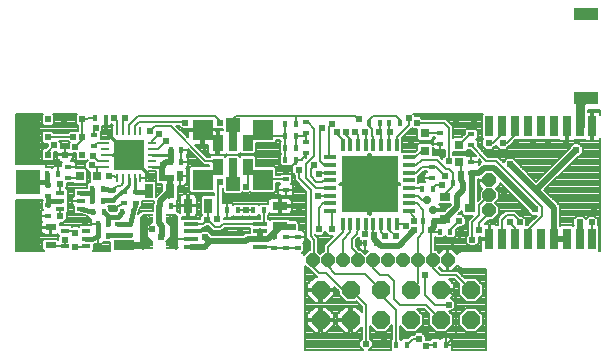
<source format=gtl>
G75*
%MOIN*%
%OFA0B0*%
%FSLAX24Y24*%
%IPPOS*%
%LPD*%
%AMOC8*
5,1,8,0,0,1.08239X$1,22.5*
%
%ADD10R,0.0700X0.0700*%
%ADD11R,0.0450X0.0450*%
%ADD12R,0.0280X0.0700*%
%ADD13R,0.0350X0.0560*%
%ADD14R,0.0098X0.0276*%
%ADD15R,0.0276X0.0098*%
%ADD16R,0.1024X0.1024*%
%ADD17C,0.0320*%
%ADD18OC8,0.0436*%
%ADD19R,0.0197X0.0236*%
%ADD20R,0.0236X0.0197*%
%ADD21R,0.0315X0.0709*%
%ADD22R,0.0276X0.0709*%
%ADD23R,0.0315X0.0315*%
%ADD24R,0.0472X0.0138*%
%ADD25R,0.0300X0.1000*%
%ADD26R,0.0350X0.0100*%
%ADD27R,0.0150X0.0175*%
%ADD28R,0.0141X0.0141*%
%ADD29R,0.0212X0.0212*%
%ADD30R,0.0315X0.0472*%
%ADD31R,0.0420X0.0140*%
%ADD32R,0.0140X0.0420*%
%ADD33R,0.1850X0.1850*%
%ADD34C,0.0276*%
%ADD35R,0.0236X0.0157*%
%ADD36R,0.0276X0.0512*%
%ADD37R,0.0157X0.0236*%
%ADD38R,0.0512X0.0276*%
%ADD39R,0.0197X0.0354*%
%ADD40R,0.0354X0.0197*%
%ADD41R,0.0787X0.1654*%
%ADD42R,0.0787X0.0787*%
%ADD43R,0.0315X0.0157*%
%ADD44R,0.0354X0.0315*%
%ADD45R,0.0709X0.0354*%
%ADD46OC8,0.0600*%
%ADD47R,0.0787X0.0394*%
%ADD48C,0.0079*%
%ADD49C,0.0238*%
%ADD50C,0.0118*%
%ADD51C,0.0157*%
%ADD52C,0.0138*%
%ADD53C,0.0472*%
%ADD54C,0.0197*%
%ADD55C,0.0098*%
%ADD56C,0.0236*%
%ADD57C,0.0315*%
D10*
X011996Y006363D03*
X013996Y006363D03*
X013996Y008017D03*
X011996Y008017D03*
D11*
X012996Y008167D03*
X012996Y006213D03*
D12*
X012996Y006740D03*
X012996Y007640D03*
D13*
X012496Y007590D03*
X013496Y007590D03*
X013496Y006790D03*
X012496Y006790D03*
D14*
X009925Y006402D03*
X009728Y006402D03*
X009532Y006402D03*
X009335Y006402D03*
X009138Y006402D03*
X009138Y007977D03*
X009335Y007977D03*
X009532Y007977D03*
X009728Y007977D03*
X009925Y007977D03*
D15*
X010319Y007583D03*
X010319Y007387D03*
X010319Y007190D03*
X010319Y006993D03*
X010319Y006796D03*
X008744Y006796D03*
X008744Y006993D03*
X008744Y007190D03*
X008744Y007387D03*
X008744Y007583D03*
D16*
X009532Y007190D03*
D17*
X009788Y006934D03*
X009276Y006934D03*
X009276Y007446D03*
X009788Y007446D03*
D18*
X015667Y003686D03*
X016167Y003686D03*
X016667Y003686D03*
X017167Y003686D03*
X017667Y003686D03*
X018167Y003686D03*
X018667Y003686D03*
X019167Y003686D03*
X019667Y003686D03*
X020167Y003686D03*
X021553Y005333D03*
X021553Y005833D03*
X021553Y006333D03*
D19*
X007977Y007190D03*
X006835Y007190D03*
X006835Y007780D03*
X007977Y007780D03*
X007977Y008371D03*
X006835Y008371D03*
D20*
X007406Y007190D03*
D21*
X021973Y008135D03*
X022406Y008135D03*
X022839Y008135D03*
X023272Y008135D03*
X023705Y008135D03*
X024138Y008135D03*
X024571Y008135D03*
X024571Y004394D03*
X024138Y004394D03*
X023705Y004394D03*
X023272Y004394D03*
X022839Y004394D03*
X022406Y004394D03*
X021973Y004394D03*
D22*
X021559Y004394D03*
X024984Y004394D03*
X024984Y008135D03*
X021559Y008135D03*
D23*
X020555Y007524D03*
X019414Y007328D03*
X019414Y007918D03*
X020555Y006934D03*
X008488Y006481D03*
X007898Y006481D03*
D24*
X011608Y004896D03*
X011608Y004641D03*
X011608Y004385D03*
X011608Y004129D03*
X013912Y004129D03*
X013912Y004385D03*
X013912Y004641D03*
X013912Y004896D03*
D25*
X011055Y004631D03*
X010055Y004631D03*
D26*
X010180Y005181D03*
X010930Y005181D03*
X010930Y004081D03*
X010180Y004081D03*
D27*
X010280Y004218D03*
X010830Y004218D03*
X010830Y005043D03*
X010280Y005043D03*
D28*
G36*
X010103Y005131D02*
X010005Y005033D01*
X009907Y005131D01*
X010005Y005229D01*
X010103Y005131D01*
G37*
G36*
X011008Y005131D02*
X011106Y005229D01*
X011204Y005131D01*
X011106Y005033D01*
X011008Y005131D01*
G37*
G36*
X011008Y004130D02*
X011106Y004228D01*
X011204Y004130D01*
X011106Y004032D01*
X011008Y004130D01*
G37*
G36*
X010103Y004130D02*
X010005Y004032D01*
X009907Y004130D01*
X010005Y004228D01*
X010103Y004130D01*
G37*
D29*
G36*
X010354Y004307D02*
X010205Y004158D01*
X010056Y004307D01*
X010205Y004456D01*
X010354Y004307D01*
G37*
G36*
X010756Y004307D02*
X010905Y004456D01*
X011054Y004307D01*
X010905Y004158D01*
X010756Y004307D01*
G37*
G36*
X010756Y004955D02*
X010905Y005104D01*
X011054Y004955D01*
X010905Y004806D01*
X010756Y004955D01*
G37*
G36*
X010354Y004955D02*
X010205Y004806D01*
X010056Y004955D01*
X010205Y005104D01*
X010354Y004955D01*
G37*
D30*
X010201Y005969D03*
X010910Y005969D03*
D31*
X016253Y006076D03*
X016253Y005826D03*
X016253Y005566D03*
X016253Y005306D03*
X016253Y006336D03*
X016253Y006586D03*
X016253Y006846D03*
X016253Y007106D03*
X018873Y007106D03*
X018873Y006846D03*
X018873Y006586D03*
X018873Y006336D03*
X018873Y006076D03*
X018873Y005826D03*
X018873Y005566D03*
X018873Y005306D03*
D32*
X018463Y004896D03*
X018203Y004896D03*
X017943Y004896D03*
X017693Y004896D03*
X017433Y004896D03*
X017183Y004896D03*
X016923Y004896D03*
X016663Y004896D03*
X016663Y007516D03*
X016923Y007516D03*
X017183Y007516D03*
X017433Y007516D03*
X017693Y007516D03*
X017943Y007516D03*
X018203Y007516D03*
X018463Y007516D03*
D33*
X017563Y006206D03*
D34*
X019492Y005694D03*
X019689Y005339D03*
D35*
X019650Y006422D03*
X019650Y006776D03*
X020949Y006934D03*
X020949Y006580D03*
X020949Y007524D03*
X020949Y007879D03*
X019925Y007918D03*
X019925Y007564D03*
X015437Y007603D03*
X015437Y007918D03*
X015437Y008272D03*
X015437Y007249D03*
X014768Y006383D03*
X014768Y006028D03*
X014768Y004454D03*
X015162Y004454D03*
X015162Y004099D03*
X014768Y004099D03*
X014374Y004099D03*
X014374Y004454D03*
X009768Y005595D03*
X009374Y005595D03*
X009000Y005674D03*
X009374Y005950D03*
X009000Y006028D03*
X009768Y005950D03*
X009571Y004867D03*
X009177Y004867D03*
X009177Y004513D03*
X009571Y004513D03*
X006854Y005162D03*
X006854Y005517D03*
X006854Y005831D03*
X006854Y006186D03*
X007524Y006422D03*
X007524Y006776D03*
X008390Y007485D03*
X008390Y007839D03*
D36*
X011520Y005497D03*
X012189Y005497D03*
D37*
X012819Y005339D03*
X013173Y005339D03*
X013685Y005339D03*
X014040Y005339D03*
X010929Y005497D03*
X010575Y005497D03*
X009679Y005270D03*
X009325Y005270D03*
X008715Y005270D03*
X008360Y005270D03*
X008321Y005664D03*
X008675Y005664D03*
X008675Y006058D03*
X008321Y006058D03*
X007169Y006560D03*
X006815Y006560D03*
X008498Y004877D03*
X008853Y004877D03*
X008853Y004483D03*
X008498Y004483D03*
X010929Y006954D03*
X011284Y006954D03*
X011284Y007347D03*
X010929Y007347D03*
X008764Y008410D03*
X008410Y008410D03*
X014748Y008213D03*
X015103Y008213D03*
X015103Y007820D03*
X014748Y007820D03*
X014748Y007426D03*
X015103Y007426D03*
X015103Y007032D03*
X014748Y007032D03*
X017543Y008253D03*
X017898Y008253D03*
X018213Y008253D03*
X018567Y008253D03*
X020339Y006245D03*
X020693Y006245D03*
X019669Y006048D03*
X019315Y006048D03*
X019354Y004985D03*
X019709Y004985D03*
X019906Y004631D03*
X020260Y004631D03*
X017780Y004237D03*
X017425Y004237D03*
X018449Y000851D03*
X018803Y000851D03*
X019748Y000851D03*
X020103Y000851D03*
D38*
X014571Y004808D03*
X014571Y005477D03*
D39*
X011244Y006481D03*
X010654Y006481D03*
D40*
X006933Y004769D03*
X006933Y004178D03*
D41*
X006185Y004852D03*
X006185Y007687D03*
D42*
X006185Y006269D03*
D43*
X007248Y005910D03*
X007248Y005654D03*
X007248Y005398D03*
X007957Y005398D03*
X007957Y005654D03*
X007957Y005910D03*
X008114Y004654D03*
X008114Y004394D03*
X008114Y004134D03*
X007406Y004134D03*
X007406Y004654D03*
D44*
X020083Y005044D03*
X020910Y005418D03*
X020083Y005792D03*
D45*
X009374Y004178D03*
D46*
X015929Y002690D03*
X016929Y002690D03*
X017929Y002690D03*
X018929Y002690D03*
X019929Y002690D03*
X020929Y002690D03*
X020929Y001690D03*
X019929Y001690D03*
X018929Y001690D03*
X017929Y001690D03*
X016929Y001690D03*
X015929Y001690D03*
D47*
X024768Y009089D03*
X024768Y011885D03*
D48*
X005773Y005694D02*
X005773Y003982D01*
X006713Y003982D01*
X006657Y004038D01*
X006657Y004318D01*
X006715Y004376D01*
X007152Y004376D01*
X007187Y004340D01*
X007187Y004446D01*
X007218Y004476D01*
X007207Y004476D01*
X007149Y004535D01*
X007149Y004536D01*
X007129Y004531D01*
X006943Y004531D01*
X006943Y004759D01*
X006923Y004759D01*
X006617Y004759D01*
X006617Y004652D01*
X006626Y004616D01*
X006645Y004585D01*
X006670Y004559D01*
X006702Y004540D01*
X006738Y004531D01*
X006923Y004531D01*
X006923Y004759D01*
X006923Y004778D01*
X006617Y004778D01*
X006617Y004885D01*
X006626Y004921D01*
X006645Y004953D01*
X006659Y004967D01*
X006651Y004972D01*
X006625Y004998D01*
X006606Y005030D01*
X006597Y005065D01*
X006597Y005162D01*
X006854Y005162D01*
X006854Y005162D01*
X006597Y005162D01*
X006597Y005259D01*
X006606Y005295D01*
X006625Y005327D01*
X006651Y005352D01*
X006670Y005364D01*
X006637Y005397D01*
X006637Y005636D01*
X006675Y005674D01*
X006655Y005694D01*
X005773Y005694D01*
X005773Y005633D02*
X006637Y005633D01*
X006637Y005555D02*
X005773Y005555D01*
X005773Y005478D02*
X006637Y005478D01*
X006637Y005401D02*
X005773Y005401D01*
X005773Y005324D02*
X006623Y005324D01*
X006597Y005246D02*
X005773Y005246D01*
X005773Y005169D02*
X006597Y005169D01*
X006597Y005092D02*
X005773Y005092D01*
X005773Y005015D02*
X006615Y005015D01*
X006636Y004937D02*
X005773Y004937D01*
X005773Y004860D02*
X006617Y004860D01*
X006617Y004783D02*
X005773Y004783D01*
X005773Y004706D02*
X006617Y004706D01*
X006623Y004628D02*
X005773Y004628D01*
X005773Y004551D02*
X006683Y004551D01*
X006923Y004551D02*
X006943Y004551D01*
X006943Y004628D02*
X006923Y004628D01*
X006923Y004706D02*
X006943Y004706D01*
X007250Y004833D02*
X007250Y004885D01*
X007240Y004921D01*
X007238Y004924D01*
X007339Y004924D01*
X007467Y005052D01*
X007467Y005233D01*
X007463Y005237D01*
X007505Y005279D01*
X007505Y005518D01*
X007497Y005526D01*
X007505Y005534D01*
X007505Y005774D01*
X007497Y005782D01*
X007505Y005790D01*
X007505Y006030D01*
X007447Y006088D01*
X007440Y006088D01*
X007467Y006115D01*
X007467Y006244D01*
X007679Y006244D01*
X007699Y006224D01*
X008096Y006224D01*
X008155Y006282D01*
X008155Y006680D01*
X008096Y006738D01*
X007781Y006738D01*
X007781Y006776D01*
X007524Y006776D01*
X007524Y006776D01*
X007781Y006776D01*
X007781Y006873D01*
X007772Y006909D01*
X007753Y006941D01*
X007727Y006967D01*
X007696Y006985D01*
X007660Y006994D01*
X007624Y006994D01*
X007635Y007006D01*
X007654Y007038D01*
X007663Y007073D01*
X007663Y007180D01*
X007416Y007180D01*
X007416Y007200D01*
X007663Y007200D01*
X007663Y007253D01*
X007670Y007247D01*
X007779Y007247D01*
X007779Y007030D01*
X007837Y006972D01*
X008116Y006972D01*
X008168Y007024D01*
X008179Y007013D01*
X008093Y006926D01*
X008093Y006745D01*
X008221Y006617D01*
X008231Y006617D01*
X008231Y006282D01*
X008239Y006275D01*
X008201Y006275D01*
X008143Y006217D01*
X008143Y006088D01*
X007758Y006088D01*
X007700Y006030D01*
X007700Y005831D01*
X007688Y005819D01*
X007669Y005787D01*
X007660Y005751D01*
X007660Y005654D01*
X007660Y005557D01*
X007669Y005522D01*
X007688Y005490D01*
X007700Y005478D01*
X007700Y005279D01*
X007758Y005220D01*
X007929Y005220D01*
X008182Y005140D01*
X008182Y005111D01*
X008240Y005053D01*
X008292Y005053D01*
X008290Y005049D01*
X008280Y005013D01*
X008280Y004877D01*
X008498Y004877D01*
X008498Y004877D01*
X008280Y004877D01*
X008280Y004833D01*
X007916Y004833D01*
X007872Y004789D01*
X007850Y004810D01*
X007670Y004810D01*
X007653Y004793D01*
X007644Y004793D01*
X007604Y004833D01*
X007250Y004833D01*
X007250Y004860D02*
X008280Y004860D01*
X008280Y004937D02*
X007352Y004937D01*
X007429Y005015D02*
X008280Y005015D01*
X008202Y005092D02*
X007467Y005092D01*
X007467Y005169D02*
X008091Y005169D01*
X007732Y005246D02*
X007473Y005246D01*
X007505Y005324D02*
X007700Y005324D01*
X007700Y005401D02*
X007505Y005401D01*
X007505Y005478D02*
X007700Y005478D01*
X007660Y005555D02*
X007505Y005555D01*
X007505Y005633D02*
X007660Y005633D01*
X007660Y005654D02*
X007957Y005654D01*
X007957Y005654D01*
X007660Y005654D01*
X007660Y005710D02*
X007505Y005710D01*
X007502Y005787D02*
X007670Y005787D01*
X007700Y005864D02*
X007505Y005864D01*
X007505Y005942D02*
X007700Y005942D01*
X007700Y006019D02*
X007505Y006019D01*
X007448Y006096D02*
X008143Y006096D01*
X008143Y006173D02*
X007467Y006173D01*
X007248Y006206D02*
X007248Y005910D01*
X007248Y006009D01*
X007524Y006422D02*
X007898Y006422D01*
X007898Y006481D01*
X008155Y006482D02*
X008231Y006482D01*
X008231Y006405D02*
X008155Y006405D01*
X008155Y006328D02*
X008231Y006328D01*
X008176Y006251D02*
X008123Y006251D01*
X008155Y006559D02*
X008231Y006559D01*
X008201Y006637D02*
X008155Y006637D01*
X008124Y006714D02*
X008120Y006714D01*
X008093Y006791D02*
X007781Y006791D01*
X007781Y006868D02*
X008093Y006868D01*
X008113Y006946D02*
X007748Y006946D01*
X007786Y007023D02*
X007645Y007023D01*
X007663Y007100D02*
X007779Y007100D01*
X007779Y007177D02*
X007663Y007177D01*
X007415Y007200D02*
X007396Y007200D01*
X007396Y007428D01*
X007270Y007428D01*
X007270Y007595D01*
X007223Y007642D01*
X007511Y007642D01*
X007569Y007583D01*
X007542Y007556D01*
X007542Y007428D01*
X007415Y007428D01*
X007415Y007200D01*
X007396Y007200D02*
X007396Y007180D01*
X007148Y007180D01*
X007148Y007073D01*
X007158Y007038D01*
X007176Y007006D01*
X007202Y006980D01*
X007234Y006961D01*
X007269Y006952D01*
X007305Y006952D01*
X007294Y006941D01*
X007276Y006909D01*
X007266Y006873D01*
X007266Y006817D01*
X007169Y006817D01*
X007072Y006817D01*
X007037Y006808D01*
X007005Y006789D01*
X006979Y006764D01*
X006968Y006744D01*
X006935Y006777D01*
X006776Y006777D01*
X006776Y006875D01*
X005773Y006875D01*
X005773Y008557D01*
X006664Y008557D01*
X006637Y008530D01*
X006637Y008212D01*
X006695Y008153D01*
X006974Y008153D01*
X007033Y008212D01*
X007033Y008530D01*
X007006Y008557D01*
X007806Y008557D01*
X007779Y008530D01*
X007779Y008212D01*
X007837Y008153D01*
X007838Y008153D01*
X007838Y007998D01*
X007837Y007998D01*
X007805Y007966D01*
X007772Y007999D01*
X007591Y007999D01*
X007511Y007919D01*
X007033Y007919D01*
X007033Y007940D01*
X006974Y007998D01*
X006695Y007998D01*
X006637Y007940D01*
X006637Y007621D01*
X006695Y007563D01*
X006833Y007563D01*
X006833Y007483D01*
X006777Y007427D01*
X006758Y007407D01*
X006695Y007407D01*
X006637Y007349D01*
X006637Y007030D01*
X006695Y006972D01*
X006974Y006972D01*
X007033Y007030D01*
X007033Y007286D01*
X007142Y007286D01*
X007148Y007293D01*
X007148Y007200D01*
X007396Y007200D01*
X007396Y007255D02*
X007415Y007255D01*
X007415Y007332D02*
X007396Y007332D01*
X007396Y007409D02*
X007415Y007409D01*
X007542Y007486D02*
X007270Y007486D01*
X007270Y007564D02*
X007549Y007564D01*
X007512Y007641D02*
X007224Y007641D01*
X007051Y007505D02*
X006835Y007288D01*
X006835Y007190D01*
X007033Y007177D02*
X007148Y007177D01*
X007148Y007100D02*
X007033Y007100D01*
X007025Y007023D02*
X007166Y007023D01*
X007299Y006946D02*
X005773Y006946D01*
X005773Y007023D02*
X006645Y007023D01*
X006637Y007100D02*
X005773Y007100D01*
X005773Y007177D02*
X006637Y007177D01*
X006637Y007255D02*
X005773Y007255D01*
X005773Y007332D02*
X006637Y007332D01*
X006760Y007409D02*
X005773Y007409D01*
X005773Y007486D02*
X006833Y007486D01*
X006694Y007564D02*
X005773Y007564D01*
X005773Y007641D02*
X006637Y007641D01*
X006637Y007718D02*
X005773Y007718D01*
X005773Y007795D02*
X006637Y007795D01*
X006637Y007873D02*
X005773Y007873D01*
X005773Y007950D02*
X006647Y007950D01*
X006667Y008182D02*
X005773Y008182D01*
X005773Y008259D02*
X006637Y008259D01*
X006637Y008336D02*
X005773Y008336D01*
X005773Y008413D02*
X006637Y008413D01*
X006637Y008490D02*
X005773Y008490D01*
X005773Y008104D02*
X007838Y008104D01*
X007838Y008027D02*
X005773Y008027D01*
X006835Y007780D02*
X007681Y007780D01*
X007977Y007780D02*
X007977Y007682D01*
X007760Y007465D01*
X007977Y007780D02*
X007977Y008371D01*
X008154Y008371D01*
X008193Y008410D01*
X008410Y008410D01*
X008429Y008095D02*
X008390Y008056D01*
X008390Y007839D01*
X008607Y007873D02*
X008989Y007873D01*
X008989Y007838D02*
X008966Y007831D01*
X008934Y007813D01*
X008908Y007787D01*
X008890Y007755D01*
X008884Y007732D01*
X008607Y007732D01*
X008607Y007959D01*
X008605Y007962D01*
X008648Y008005D01*
X008648Y008158D01*
X008667Y008153D01*
X008764Y008153D01*
X008861Y008153D01*
X008896Y008162D01*
X008928Y008181D01*
X008954Y008206D01*
X008969Y008192D01*
X008999Y008192D01*
X008999Y008166D01*
X008989Y008156D01*
X008989Y007838D01*
X008916Y007795D02*
X008607Y007795D01*
X008488Y007583D02*
X008744Y007583D01*
X008488Y007583D02*
X008390Y007485D01*
X008351Y007150D02*
X008508Y006993D01*
X008744Y006993D01*
X008744Y007190D02*
X008744Y007190D01*
X009021Y007190D01*
X009021Y007229D01*
X009492Y007229D01*
X009492Y007150D01*
X009021Y007150D01*
X009021Y007190D01*
X008744Y007190D01*
X009021Y007177D02*
X009492Y007177D01*
X008744Y006796D02*
X008488Y006796D01*
X008488Y006481D01*
X008862Y006481D02*
X009059Y006481D01*
X009138Y006402D01*
X009335Y006284D02*
X009331Y006261D01*
X009324Y006239D01*
X009314Y006218D01*
X009301Y006199D01*
X009284Y006183D01*
X009266Y006169D01*
X009245Y006158D01*
X009223Y006151D01*
X009200Y006147D01*
X009177Y006146D01*
X009335Y006284D02*
X009335Y006402D01*
X009925Y006402D02*
X010114Y006402D01*
X009925Y006402D01*
X009925Y006402D01*
X010114Y006402D02*
X010114Y006305D01*
X010400Y006305D01*
X010458Y006247D01*
X010458Y005797D01*
X010653Y005992D01*
X010653Y006205D01*
X010514Y006205D01*
X010456Y006263D01*
X010456Y006647D01*
X010180Y006647D01*
X010173Y006624D01*
X010155Y006592D01*
X010129Y006566D01*
X010114Y006558D01*
X010114Y006402D01*
X010114Y006405D02*
X010456Y006405D01*
X010456Y006482D02*
X010114Y006482D01*
X010117Y006559D02*
X010456Y006559D01*
X010456Y006637D02*
X010177Y006637D01*
X010114Y006328D02*
X010456Y006328D01*
X010454Y006251D02*
X010468Y006251D01*
X010458Y006173D02*
X010653Y006173D01*
X010653Y006096D02*
X010458Y006096D01*
X010458Y006019D02*
X010653Y006019D01*
X010602Y005942D02*
X010458Y005942D01*
X010458Y005864D02*
X010525Y005864D01*
X010377Y005634D02*
X010002Y005634D01*
X009985Y005651D01*
X009985Y005475D01*
X009927Y005417D01*
X009904Y005417D01*
X009857Y005247D01*
X009857Y005224D01*
X009964Y005330D01*
X010046Y005330D01*
X010046Y005330D01*
X010357Y005330D01*
X010357Y005559D01*
X010377Y005579D01*
X010377Y005634D01*
X010377Y005633D02*
X009985Y005633D01*
X009985Y005555D02*
X010357Y005555D01*
X010357Y005478D02*
X009985Y005478D01*
X009899Y005401D02*
X010357Y005401D01*
X010180Y005181D02*
X010005Y005131D01*
X009880Y005246D02*
X009857Y005246D01*
X009878Y005324D02*
X009957Y005324D01*
X010180Y005181D02*
X010280Y005043D01*
X010205Y004955D01*
X010055Y004631D01*
X010134Y004709D01*
X010319Y004709D01*
X010055Y004631D02*
X010205Y004307D01*
X010280Y004218D01*
X010180Y004081D01*
X010005Y004130D01*
X010830Y004218D02*
X010930Y004081D01*
X011106Y004130D01*
X010905Y004307D02*
X010830Y004218D01*
X010905Y004307D02*
X011055Y004631D01*
X011134Y004385D01*
X011608Y004385D01*
X011608Y004641D02*
X011608Y004641D01*
X011984Y004641D01*
X011984Y004728D01*
X011976Y004758D01*
X012060Y004758D01*
X012108Y004806D01*
X012192Y004806D01*
X012267Y004731D01*
X012267Y004731D01*
X012348Y004649D01*
X012621Y004649D01*
X012729Y004758D01*
X013583Y004758D01*
X013576Y004751D01*
X013576Y004592D01*
X013426Y004592D01*
X013347Y004514D01*
X012309Y004514D01*
X012309Y004524D01*
X012181Y004652D01*
X012000Y004652D01*
X011984Y004636D01*
X011984Y004641D01*
X011608Y004641D01*
X011608Y004896D02*
X012002Y004896D01*
X012130Y005024D01*
X012169Y005024D01*
X012406Y004788D01*
X012563Y004788D01*
X012671Y004896D01*
X013912Y004896D01*
X014040Y004896D01*
X014040Y005339D01*
X014218Y005240D02*
X014230Y005228D01*
X014261Y005209D01*
X014297Y005200D01*
X014541Y005200D01*
X014541Y005448D01*
X014601Y005448D01*
X014601Y005507D01*
X014966Y005507D01*
X014966Y005633D01*
X014957Y005669D01*
X014938Y005701D01*
X014912Y005726D01*
X014881Y005745D01*
X014845Y005754D01*
X014601Y005754D01*
X014601Y005507D01*
X014541Y005507D01*
X014541Y005754D01*
X014297Y005754D01*
X014261Y005745D01*
X014230Y005726D01*
X014204Y005701D01*
X014185Y005669D01*
X014176Y005633D01*
X014176Y005541D01*
X014159Y005557D01*
X013920Y005557D01*
X013862Y005500D01*
X013805Y005557D01*
X013565Y005557D01*
X013543Y005535D01*
X013520Y005558D01*
X013339Y005558D01*
X013316Y005535D01*
X013293Y005557D01*
X013053Y005557D01*
X013020Y005524D01*
X013009Y005543D01*
X012983Y005569D01*
X012952Y005587D01*
X012916Y005597D01*
X012819Y005597D01*
X012722Y005597D01*
X012687Y005587D01*
X012663Y005573D01*
X012663Y006075D01*
X012672Y006084D01*
X012672Y005947D01*
X012730Y005889D01*
X013262Y005889D01*
X013310Y005937D01*
X013339Y005908D01*
X013520Y005908D01*
X013565Y005954D01*
X013605Y005914D01*
X014387Y005914D01*
X014446Y005972D01*
X014446Y006244D01*
X014569Y006244D01*
X014583Y006230D01*
X014564Y006219D01*
X014538Y006193D01*
X014520Y006161D01*
X014510Y006125D01*
X014510Y006028D01*
X014510Y005931D01*
X014520Y005896D01*
X014538Y005864D01*
X014564Y005838D01*
X014596Y005820D01*
X014631Y005810D01*
X014768Y005810D01*
X014904Y005810D01*
X014940Y005820D01*
X014972Y005838D01*
X014997Y005864D01*
X015016Y005896D01*
X015025Y005931D01*
X015025Y006028D01*
X014768Y006028D01*
X014768Y005810D01*
X014768Y006028D01*
X014768Y006028D01*
X014768Y006028D01*
X014510Y006028D01*
X014768Y006028D01*
X014768Y006028D01*
X015025Y006028D01*
X015025Y006125D01*
X015016Y006161D01*
X014997Y006193D01*
X014972Y006219D01*
X014952Y006230D01*
X014985Y006263D01*
X014985Y006503D01*
X014927Y006561D01*
X014609Y006561D01*
X014569Y006521D01*
X014446Y006521D01*
X014446Y006754D01*
X014387Y006812D01*
X013771Y006812D01*
X013771Y007111D01*
X013712Y007169D01*
X013280Y007169D01*
X013236Y007125D01*
X013236Y007131D01*
X013177Y007189D01*
X012815Y007189D01*
X012757Y007131D01*
X012757Y007125D01*
X012712Y007169D01*
X012280Y007169D01*
X012243Y007132D01*
X012148Y007132D01*
X011753Y007527D01*
X011957Y007527D01*
X011957Y007977D01*
X012036Y007977D01*
X012036Y008056D01*
X012451Y008056D01*
X012473Y008034D01*
X012654Y008034D01*
X012672Y008053D01*
X012672Y008009D01*
X012536Y008009D01*
X012536Y007629D01*
X012480Y007629D01*
X012486Y007648D01*
X012486Y007977D01*
X012457Y007977D01*
X012457Y008009D01*
X012303Y008009D01*
X012267Y008000D01*
X012236Y007981D01*
X012232Y007977D01*
X012036Y007977D01*
X012036Y007527D01*
X012182Y007527D01*
X012182Y007291D01*
X012191Y007256D01*
X012210Y007224D01*
X012236Y007198D01*
X012267Y007180D01*
X012303Y007170D01*
X012457Y007170D01*
X012457Y007550D01*
X012536Y007550D01*
X012536Y007170D01*
X012690Y007170D01*
X012725Y007180D01*
X012757Y007198D01*
X012782Y007223D01*
X012815Y007190D01*
X013177Y007190D01*
X013236Y007249D01*
X013236Y007255D01*
X013236Y007255D01*
X013280Y007210D01*
X013712Y007210D01*
X013771Y007269D01*
X013771Y007567D01*
X014387Y007567D01*
X014446Y007625D01*
X014446Y007681D01*
X014570Y007681D01*
X014570Y007660D01*
X014608Y007623D01*
X014570Y007585D01*
X014570Y007267D01*
X014608Y007229D01*
X014570Y007192D01*
X014570Y006873D01*
X014628Y006815D01*
X014868Y006815D01*
X014901Y006848D01*
X014912Y006829D01*
X014938Y006803D01*
X014970Y006784D01*
X014992Y006778D01*
X014983Y006768D01*
X014983Y006587D01*
X015062Y006508D01*
X015062Y006345D01*
X015456Y005951D01*
X015456Y004416D01*
X015574Y004298D01*
X015574Y004003D01*
X015536Y004003D01*
X015374Y003842D01*
X015339Y003903D01*
X015307Y003921D01*
X015321Y003921D01*
X015379Y003979D01*
X015379Y004219D01*
X015346Y004252D01*
X015365Y004263D01*
X015391Y004289D01*
X015410Y004321D01*
X015419Y004356D01*
X015419Y004454D01*
X015419Y004551D01*
X015456Y004551D01*
X015419Y004551D02*
X015410Y004586D01*
X015391Y004618D01*
X015365Y004644D01*
X015333Y004662D01*
X015298Y004672D01*
X015196Y004672D01*
X015223Y004698D01*
X015223Y004879D01*
X015095Y005007D01*
X014914Y005007D01*
X014910Y005003D01*
X014868Y005045D01*
X014274Y005045D01*
X014241Y005012D01*
X014189Y005065D01*
X014178Y005065D01*
X014178Y005141D01*
X014218Y005180D01*
X014218Y005240D01*
X014207Y005169D02*
X015456Y005169D01*
X015456Y005092D02*
X014178Y005092D01*
X014239Y005015D02*
X014244Y005015D01*
X013901Y005065D02*
X013901Y005141D01*
X013862Y005179D01*
X013805Y005122D01*
X013565Y005122D01*
X013543Y005144D01*
X013520Y005121D01*
X013339Y005121D01*
X013316Y005144D01*
X013293Y005122D01*
X013053Y005122D01*
X013020Y005155D01*
X013009Y005136D01*
X012983Y005110D01*
X012952Y005091D01*
X012916Y005082D01*
X012819Y005082D01*
X012819Y005339D01*
X012819Y005339D01*
X012819Y005082D01*
X012722Y005082D01*
X012703Y005087D01*
X012703Y005035D01*
X013605Y005035D01*
X013634Y005065D01*
X013901Y005065D01*
X013901Y005092D02*
X012952Y005092D01*
X012819Y005092D02*
X012819Y005092D01*
X012819Y005169D02*
X012819Y005169D01*
X012819Y005246D02*
X012819Y005246D01*
X012819Y005324D02*
X012819Y005324D01*
X012819Y005339D02*
X012819Y005597D01*
X012819Y005339D01*
X012819Y005339D01*
X012819Y005401D02*
X012819Y005401D01*
X012819Y005478D02*
X012819Y005478D01*
X012819Y005555D02*
X012819Y005555D01*
X012663Y005633D02*
X014176Y005633D01*
X014176Y005555D02*
X014161Y005555D01*
X013918Y005555D02*
X013807Y005555D01*
X013564Y005555D02*
X013522Y005555D01*
X013336Y005555D02*
X013295Y005555D01*
X013052Y005555D02*
X012997Y005555D01*
X013173Y005339D02*
X013429Y005339D01*
X013685Y005339D01*
X013852Y005169D02*
X013872Y005169D01*
X013902Y004906D02*
X013912Y004896D01*
X013921Y004887D01*
X013576Y004706D02*
X012677Y004706D01*
X012292Y004706D02*
X011984Y004706D01*
X012085Y004783D02*
X012215Y004783D01*
X012205Y004628D02*
X013576Y004628D01*
X013385Y004551D02*
X012282Y004551D01*
X012091Y004434D02*
X012091Y004355D01*
X011055Y004631D02*
X010905Y004955D01*
X010830Y005043D01*
X010930Y005181D01*
X011106Y005131D01*
X011231Y005246D02*
X011243Y005246D01*
X011243Y005234D02*
X011147Y005330D01*
X011139Y005330D01*
X011147Y005360D01*
X011147Y005497D01*
X011147Y005633D01*
X011139Y005664D01*
X011166Y005692D01*
X011166Y006165D01*
X011234Y006165D01*
X011234Y006471D01*
X011254Y006471D01*
X011254Y006165D01*
X011361Y006165D01*
X011396Y006174D01*
X011428Y006192D01*
X011454Y006218D01*
X011473Y006250D01*
X011482Y006286D01*
X011482Y006471D01*
X011254Y006471D01*
X011254Y006491D01*
X011482Y006491D01*
X011482Y006677D01*
X011473Y006712D01*
X011459Y006735D01*
X011474Y006750D01*
X011492Y006782D01*
X011502Y006817D01*
X011502Y006954D01*
X011502Y007090D01*
X011492Y007125D01*
X011478Y007150D01*
X011492Y007175D01*
X011502Y007211D01*
X011502Y007347D01*
X011284Y007347D01*
X011284Y007347D01*
X011284Y006954D01*
X011284Y006954D01*
X011502Y006954D01*
X011284Y006954D01*
X011284Y006954D01*
X011284Y007211D01*
X011284Y007347D01*
X011284Y007347D01*
X011502Y007347D01*
X011502Y007386D01*
X011952Y006935D01*
X012033Y006854D01*
X012222Y006854D01*
X012222Y006812D01*
X011605Y006812D01*
X011547Y006754D01*
X011547Y005972D01*
X011605Y005914D01*
X012385Y005914D01*
X012385Y005835D01*
X012368Y005852D01*
X012010Y005852D01*
X011952Y005794D01*
X011952Y005200D01*
X011974Y005177D01*
X011912Y005115D01*
X011912Y005039D01*
X011886Y005065D01*
X011331Y005065D01*
X011305Y005038D01*
X011305Y005090D01*
X011305Y005125D01*
X011328Y005111D01*
X011364Y005102D01*
X011490Y005102D01*
X011490Y005467D01*
X011243Y005467D01*
X011243Y005234D01*
X011243Y005324D02*
X011153Y005324D01*
X011147Y005401D02*
X011243Y005401D01*
X011147Y005478D02*
X011490Y005478D01*
X011490Y005467D02*
X011490Y005526D01*
X011243Y005526D01*
X011243Y005771D01*
X011252Y005807D01*
X011271Y005838D01*
X011296Y005864D01*
X011328Y005883D01*
X011364Y005892D01*
X011490Y005892D01*
X011490Y005526D01*
X011549Y005526D01*
X011549Y005892D01*
X011676Y005892D01*
X011711Y005883D01*
X011743Y005864D01*
X012385Y005864D01*
X012663Y005864D02*
X014538Y005864D01*
X014510Y005942D02*
X014415Y005942D01*
X014446Y006019D02*
X014510Y006019D01*
X014510Y006096D02*
X014446Y006096D01*
X014446Y006173D02*
X014527Y006173D01*
X014768Y006019D02*
X014768Y006019D01*
X014768Y005942D02*
X014768Y005942D01*
X014768Y005864D02*
X014768Y005864D01*
X014929Y005710D02*
X015456Y005710D01*
X015456Y005787D02*
X012663Y005787D01*
X012663Y005710D02*
X014213Y005710D01*
X014541Y005710D02*
X014601Y005710D01*
X014601Y005633D02*
X014541Y005633D01*
X014541Y005555D02*
X014601Y005555D01*
X014601Y005478D02*
X015456Y005478D01*
X015456Y005401D02*
X014966Y005401D01*
X014966Y005448D02*
X014601Y005448D01*
X014601Y005200D01*
X014845Y005200D01*
X014881Y005209D01*
X014912Y005228D01*
X014938Y005254D01*
X014957Y005286D01*
X014966Y005321D01*
X014966Y005448D01*
X014966Y005555D02*
X015456Y005555D01*
X015456Y005633D02*
X014966Y005633D01*
X014998Y005864D02*
X015456Y005864D01*
X015456Y005942D02*
X015025Y005942D01*
X015025Y006019D02*
X015388Y006019D01*
X015311Y006096D02*
X015025Y006096D01*
X015009Y006173D02*
X015234Y006173D01*
X015157Y006251D02*
X014973Y006251D01*
X014985Y006328D02*
X015079Y006328D01*
X015062Y006405D02*
X014985Y006405D01*
X014985Y006482D02*
X015062Y006482D01*
X015011Y006559D02*
X014928Y006559D01*
X014983Y006637D02*
X014446Y006637D01*
X014446Y006714D02*
X014983Y006714D01*
X014958Y006791D02*
X014409Y006791D01*
X014532Y006678D02*
X014768Y006678D01*
X014847Y006678D01*
X015103Y006934D01*
X015103Y007032D01*
X015103Y007032D01*
X015295Y007032D01*
X015295Y007032D01*
X015103Y007032D01*
X015103Y006888D01*
X015102Y006888D01*
X015102Y007032D01*
X015103Y007032D01*
X015280Y007032D01*
X015437Y007190D01*
X015437Y007249D01*
X015437Y007071D01*
X015437Y007071D01*
X015437Y007249D01*
X015437Y007249D01*
X015437Y007177D02*
X015437Y007177D01*
X015437Y007100D02*
X015437Y007100D01*
X015437Y006875D02*
X015713Y007150D01*
X015713Y008056D01*
X015496Y008272D01*
X015437Y008272D01*
X015103Y008213D02*
X015103Y008489D01*
X017091Y008489D01*
X017209Y008371D01*
X017543Y008351D02*
X017543Y008253D01*
X017543Y008154D01*
X017642Y008056D01*
X017642Y007820D01*
X017693Y007768D01*
X017693Y007516D01*
X017943Y007516D02*
X017943Y007873D01*
X017878Y007938D01*
X017898Y007957D01*
X017898Y008253D01*
X018213Y008253D02*
X018213Y007957D01*
X018232Y007938D01*
X018203Y007909D01*
X018203Y007516D01*
X018463Y007516D02*
X018463Y007775D01*
X018862Y008174D01*
X018862Y008410D01*
X019025Y008557D02*
X021349Y008557D01*
X021322Y008530D01*
X021322Y007739D01*
X021354Y007707D01*
X021321Y007674D01*
X021321Y007493D01*
X021449Y007365D01*
X021630Y007365D01*
X021710Y007445D01*
X021735Y007445D01*
X021794Y007503D01*
X021794Y007493D01*
X021921Y007365D01*
X022102Y007365D01*
X022182Y007445D01*
X022188Y007445D01*
X022269Y007526D01*
X022424Y007681D01*
X022604Y007681D01*
X022622Y007699D01*
X022640Y007681D01*
X023037Y007681D01*
X023055Y007699D01*
X023073Y007681D01*
X023470Y007681D01*
X023488Y007699D01*
X023506Y007681D01*
X023883Y007681D01*
X023895Y007669D01*
X023927Y007650D01*
X023962Y007641D01*
X024099Y007641D01*
X024099Y008095D01*
X024177Y008095D01*
X024177Y007641D01*
X024314Y007641D01*
X024349Y007650D01*
X024381Y007669D01*
X024393Y007681D01*
X024749Y007681D01*
X024761Y007669D01*
X024793Y007650D01*
X024828Y007641D01*
X024955Y007641D01*
X024955Y008105D01*
X025014Y008105D01*
X025014Y007641D01*
X025141Y007641D01*
X025176Y007650D01*
X025208Y007669D01*
X025234Y007695D01*
X025252Y007727D01*
X025259Y007753D01*
X025259Y003982D01*
X025205Y003982D01*
X025222Y003999D01*
X025222Y004790D01*
X025170Y004842D01*
X025183Y004855D01*
X025183Y005036D01*
X025055Y005164D01*
X024874Y005164D01*
X024768Y005058D01*
X024661Y005164D01*
X024481Y005164D01*
X024353Y005036D01*
X024353Y004855D01*
X024366Y004842D01*
X024354Y004830D01*
X024337Y004848D01*
X023939Y004848D01*
X023921Y004830D01*
X023904Y004848D01*
X023903Y004848D01*
X023903Y005189D01*
X023923Y005210D01*
X023923Y005390D01*
X023903Y005411D01*
X023903Y005500D01*
X023394Y006009D01*
X024514Y007129D01*
X024543Y007129D01*
X024671Y007257D01*
X024671Y007438D01*
X024543Y007566D01*
X024362Y007566D01*
X024234Y007438D01*
X024234Y007409D01*
X022147Y007409D01*
X022229Y007486D02*
X024283Y007486D01*
X024234Y007409D02*
X023114Y006288D01*
X022467Y006936D01*
X022467Y006965D01*
X022339Y007093D01*
X022158Y007093D01*
X022030Y006965D01*
X022030Y006935D01*
X021914Y007050D01*
X021833Y007132D01*
X021502Y007132D01*
X021166Y007494D01*
X021166Y007644D01*
X021109Y007702D01*
X021166Y007759D01*
X021166Y007999D01*
X021108Y008057D01*
X020790Y008057D01*
X020731Y007999D01*
X020731Y007897D01*
X020616Y007781D01*
X020357Y007781D01*
X020340Y007764D01*
X020340Y008153D01*
X020182Y008310D01*
X020101Y008391D01*
X019308Y008391D01*
X019228Y008471D01*
X019081Y008471D01*
X019081Y008501D01*
X019025Y008557D01*
X019081Y008490D02*
X021322Y008490D01*
X021322Y008413D02*
X019286Y008413D01*
X019138Y008253D02*
X020043Y008253D01*
X020201Y008095D01*
X020201Y006993D01*
X020062Y007163D02*
X019983Y007083D01*
X019983Y007053D01*
X019865Y007171D01*
X019670Y007171D01*
X019670Y007457D01*
X019677Y007431D01*
X019696Y007399D01*
X019722Y007374D01*
X019753Y007355D01*
X019789Y007346D01*
X019925Y007346D01*
X019925Y007564D01*
X019925Y007564D01*
X019668Y007564D01*
X019668Y007661D01*
X019677Y007696D01*
X019696Y007728D01*
X019722Y007754D01*
X019741Y007765D01*
X019727Y007779D01*
X019670Y007779D01*
X019670Y007719D01*
X019612Y007661D01*
X019215Y007661D01*
X019157Y007719D01*
X019157Y008034D01*
X019047Y008034D01*
X018983Y008099D01*
X018633Y007748D01*
X018633Y007275D01*
X019066Y007275D01*
X019157Y007365D01*
X019157Y007526D01*
X019215Y007584D01*
X019612Y007584D01*
X019668Y007529D01*
X019668Y007564D01*
X019925Y007564D01*
X019925Y007564D01*
X019925Y007346D01*
X020062Y007346D01*
X020062Y007163D01*
X020062Y007177D02*
X019670Y007177D01*
X019670Y007255D02*
X020062Y007255D01*
X020062Y007332D02*
X019670Y007332D01*
X019670Y007409D02*
X019690Y007409D01*
X019668Y007564D02*
X019633Y007564D01*
X019668Y007641D02*
X018633Y007641D01*
X018633Y007718D02*
X019158Y007718D01*
X019157Y007795D02*
X018680Y007795D01*
X018757Y007873D02*
X019157Y007873D01*
X019157Y007950D02*
X018834Y007950D01*
X018912Y008027D02*
X019157Y008027D01*
X019414Y007918D02*
X019925Y007918D01*
X019690Y007718D02*
X019669Y007718D01*
X019925Y007564D02*
X019925Y007564D01*
X019925Y007486D02*
X019925Y007486D01*
X019925Y007409D02*
X019925Y007409D01*
X020062Y007346D02*
X020062Y007346D01*
X020340Y007285D02*
X020357Y007268D01*
X020754Y007268D01*
X020812Y007326D01*
X020812Y007346D01*
X020925Y007346D01*
X021111Y007145D01*
X021085Y007152D01*
X020949Y007152D01*
X020949Y006934D01*
X020949Y006934D01*
X020949Y007152D01*
X020813Y007152D01*
X020797Y007148D01*
X020754Y007191D01*
X020357Y007191D01*
X020340Y007174D01*
X020340Y007285D01*
X020340Y007255D02*
X021010Y007255D01*
X020938Y007332D02*
X020812Y007332D01*
X020949Y007524D02*
X021441Y006993D01*
X021776Y006993D01*
X023311Y005457D01*
X023311Y005143D01*
X022839Y004670D01*
X022839Y004394D01*
X022406Y004394D02*
X022406Y004749D01*
X022248Y004906D01*
X022248Y004946D01*
X022130Y005182D02*
X021973Y005024D01*
X021973Y004394D01*
X021589Y004424D02*
X021530Y004424D01*
X021530Y004888D01*
X021403Y004888D01*
X021403Y004888D01*
X021530Y005016D01*
X021685Y005016D01*
X021871Y005202D01*
X021871Y005465D01*
X021752Y005583D01*
X021871Y005702D01*
X021871Y005965D01*
X021781Y006055D01*
X021911Y006185D01*
X021911Y006263D01*
X022857Y005317D01*
X022857Y005288D01*
X022984Y005160D01*
X023133Y005160D01*
X022821Y004848D01*
X022775Y004848D01*
X022782Y004855D01*
X022782Y005036D01*
X022654Y005164D01*
X022580Y005164D01*
X022424Y005321D01*
X022073Y005321D01*
X021991Y005239D01*
X021834Y005082D01*
X021834Y004848D01*
X021795Y004848D01*
X021783Y004860D01*
X021834Y004860D01*
X021783Y004860D02*
X021751Y004879D01*
X021715Y004888D01*
X021589Y004888D01*
X021589Y004424D01*
X021589Y004474D02*
X021530Y004474D01*
X021530Y004424D02*
X021282Y004424D01*
X021282Y004452D01*
X021201Y004452D01*
X021207Y004446D01*
X021207Y004265D01*
X021079Y004137D01*
X020898Y004137D01*
X020770Y004265D01*
X020770Y004446D01*
X020850Y004525D01*
X020850Y005003D01*
X020931Y005084D01*
X021008Y005161D01*
X020691Y005161D01*
X020633Y005219D01*
X020633Y005315D01*
X020522Y005203D01*
X020646Y005203D01*
X020774Y005076D01*
X020774Y004895D01*
X020646Y004767D01*
X020533Y004767D01*
X020438Y004672D01*
X020438Y004471D01*
X020380Y004413D01*
X020140Y004413D01*
X020083Y004470D01*
X020026Y004413D01*
X019786Y004413D01*
X019749Y004450D01*
X019749Y004003D01*
X019799Y004003D01*
X019889Y003913D01*
X020019Y004043D01*
X020148Y004043D01*
X020148Y003706D01*
X020187Y003706D01*
X020187Y004043D01*
X020316Y004043D01*
X020481Y003877D01*
X020496Y003903D01*
X020496Y003903D01*
X020496Y003903D01*
X020633Y003982D01*
X021294Y003982D01*
X021292Y003986D01*
X021282Y004022D01*
X021282Y004365D01*
X021530Y004365D01*
X021530Y004424D01*
X021530Y004397D02*
X021207Y004397D01*
X021207Y004320D02*
X021282Y004320D01*
X021282Y004242D02*
X021184Y004242D01*
X021107Y004165D02*
X021282Y004165D01*
X021282Y004088D02*
X019749Y004088D01*
X019749Y004165D02*
X020870Y004165D01*
X020792Y004242D02*
X019749Y004242D01*
X019749Y004320D02*
X020770Y004320D01*
X020770Y004397D02*
X019749Y004397D01*
X019650Y004631D02*
X019906Y004631D01*
X019650Y004631D02*
X019610Y004670D01*
X019610Y003743D01*
X019667Y003686D01*
X019667Y003432D01*
X019925Y003174D01*
X020445Y003174D01*
X020929Y002690D01*
X020530Y002697D02*
X019969Y002697D01*
X019969Y002729D02*
X020369Y002729D01*
X020369Y002872D01*
X020205Y003035D01*
X020388Y003035D01*
X020549Y002874D01*
X020530Y002855D01*
X020530Y002524D01*
X020764Y002290D01*
X021095Y002290D01*
X021329Y002524D01*
X021329Y002855D01*
X021095Y003089D01*
X020764Y003089D01*
X020745Y003070D01*
X020502Y003313D01*
X019983Y003313D01*
X019863Y003432D01*
X019889Y003459D01*
X020019Y003328D01*
X020148Y003328D01*
X020148Y003666D01*
X020187Y003666D01*
X020187Y003328D01*
X020316Y003328D01*
X020481Y003494D01*
X020496Y003469D01*
X020633Y003390D01*
X021440Y003390D01*
X021440Y000675D01*
X020309Y000675D01*
X020311Y000679D01*
X020321Y000715D01*
X020321Y000851D01*
X020103Y000851D01*
X020103Y000851D01*
X020321Y000851D01*
X020321Y000988D01*
X020311Y001023D01*
X020293Y001055D01*
X020267Y001081D01*
X020235Y001099D01*
X020200Y001109D01*
X020103Y001109D01*
X020103Y000851D01*
X020102Y000851D01*
X020102Y001109D01*
X020005Y001109D01*
X019970Y001099D01*
X019938Y001081D01*
X019912Y001055D01*
X019901Y001036D01*
X019868Y001069D01*
X019628Y001069D01*
X019570Y001010D01*
X019570Y001004D01*
X019543Y001030D01*
X019435Y001030D01*
X019435Y001139D01*
X019307Y001266D01*
X019126Y001266D01*
X019047Y001187D01*
X018943Y001187D01*
X018861Y001105D01*
X018825Y001069D01*
X018683Y001069D01*
X018626Y001011D01*
X018588Y001050D01*
X018588Y001467D01*
X018764Y001290D01*
X019095Y001290D01*
X019329Y001524D01*
X019329Y001855D01*
X019133Y002051D01*
X019372Y002051D01*
X019549Y001874D01*
X019530Y001855D01*
X019530Y001524D01*
X019764Y001290D01*
X020095Y001290D01*
X020329Y001524D01*
X020329Y001855D01*
X020212Y001971D01*
X020291Y001971D01*
X020419Y002099D01*
X020419Y002280D01*
X020291Y002408D01*
X020269Y002408D01*
X020369Y002508D01*
X020369Y002650D01*
X019969Y002650D01*
X019969Y002729D01*
X019929Y002690D02*
X020173Y002690D01*
X020437Y002426D01*
X020437Y001186D01*
X020103Y000851D01*
X020102Y000921D02*
X020103Y000921D01*
X020102Y000998D02*
X020103Y000998D01*
X020102Y001075D02*
X020103Y001075D01*
X020272Y001075D02*
X021440Y001075D01*
X021440Y000998D02*
X020318Y000998D01*
X020321Y000921D02*
X021440Y000921D01*
X021440Y000844D02*
X020321Y000844D01*
X020321Y000766D02*
X021440Y000766D01*
X021440Y000689D02*
X020314Y000689D01*
X019748Y000851D02*
X019492Y000851D01*
X019453Y000812D01*
X019435Y001075D02*
X019933Y001075D01*
X020111Y001307D02*
X020747Y001307D01*
X020764Y001290D02*
X021095Y001290D01*
X021329Y001524D01*
X021329Y001855D01*
X021095Y002089D01*
X020764Y002089D01*
X020530Y001855D01*
X020530Y001524D01*
X020764Y001290D01*
X020670Y001384D02*
X020189Y001384D01*
X020266Y001462D02*
X020593Y001462D01*
X020530Y001539D02*
X020329Y001539D01*
X020329Y001616D02*
X020530Y001616D01*
X020530Y001693D02*
X020329Y001693D01*
X020329Y001771D02*
X020530Y001771D01*
X020530Y001848D02*
X020329Y001848D01*
X020259Y001925D02*
X020600Y001925D01*
X020677Y002002D02*
X020322Y002002D01*
X020400Y002080D02*
X020754Y002080D01*
X021104Y002080D02*
X021440Y002080D01*
X021440Y002157D02*
X020419Y002157D01*
X020419Y002234D02*
X021440Y002234D01*
X021440Y002311D02*
X021116Y002311D01*
X021193Y002388D02*
X021440Y002388D01*
X021440Y002466D02*
X021270Y002466D01*
X021329Y002543D02*
X021440Y002543D01*
X021440Y002620D02*
X021329Y002620D01*
X021329Y002697D02*
X021440Y002697D01*
X021440Y002775D02*
X021329Y002775D01*
X021329Y002852D02*
X021440Y002852D01*
X021440Y002929D02*
X021255Y002929D01*
X021177Y003006D02*
X021440Y003006D01*
X021440Y003084D02*
X021100Y003084D01*
X020758Y003084D02*
X020732Y003084D01*
X020654Y003161D02*
X021440Y003161D01*
X021440Y003238D02*
X020577Y003238D01*
X020628Y003393D02*
X020380Y003393D01*
X020457Y003470D02*
X020495Y003470D01*
X020496Y003469D02*
X020496Y003469D01*
X020496Y003469D01*
X020187Y003470D02*
X020148Y003470D01*
X020148Y003547D02*
X020187Y003547D01*
X020187Y003624D02*
X020148Y003624D01*
X020167Y003686D02*
X020167Y004046D01*
X020595Y004473D01*
X020595Y004670D01*
X020472Y004706D02*
X020850Y004706D01*
X020850Y004783D02*
X020662Y004783D01*
X020739Y004860D02*
X020850Y004860D01*
X020850Y004937D02*
X020774Y004937D01*
X020774Y005015D02*
X020861Y005015D01*
X020938Y005092D02*
X020757Y005092D01*
X020683Y005169D02*
X020680Y005169D01*
X020633Y005246D02*
X020565Y005246D01*
X020910Y005418D02*
X020949Y005418D01*
X021225Y005505D02*
X021225Y005182D01*
X020988Y004946D01*
X020988Y004355D01*
X020798Y004474D02*
X020438Y004474D01*
X020438Y004551D02*
X020850Y004551D01*
X020850Y004628D02*
X020438Y004628D01*
X020260Y004631D02*
X020260Y004690D01*
X020555Y004985D01*
X020122Y004985D02*
X020083Y004985D01*
X020060Y005301D02*
X019964Y005301D01*
X019966Y005310D01*
X019719Y005310D01*
X019719Y005369D01*
X019966Y005369D01*
X019956Y005420D01*
X019935Y005471D01*
X019904Y005516D01*
X019885Y005535D01*
X020279Y005535D01*
X020279Y005520D01*
X020060Y005301D01*
X020083Y005324D02*
X019719Y005324D01*
X019959Y005401D02*
X020160Y005401D01*
X020237Y005478D02*
X019930Y005478D01*
X020083Y005792D02*
X020122Y005930D01*
X020299Y006107D01*
X020339Y006245D01*
X020339Y006580D01*
X020201Y006717D01*
X020122Y006717D01*
X019807Y007032D01*
X019295Y007032D01*
X019109Y006846D01*
X018873Y006846D01*
X019124Y006586D02*
X019315Y006776D01*
X019650Y006776D01*
X019788Y006776D01*
X020083Y006481D01*
X019650Y006422D02*
X019650Y006422D01*
X019392Y006422D01*
X019392Y006325D01*
X019402Y006290D01*
X019416Y006266D01*
X019195Y006266D01*
X019183Y006253D01*
X019183Y006447D01*
X019182Y006447D01*
X019373Y006638D01*
X019451Y006638D01*
X019465Y006623D01*
X019446Y006612D01*
X019420Y006586D01*
X019402Y006555D01*
X019392Y006519D01*
X019392Y006422D01*
X019650Y006422D01*
X019392Y006405D02*
X019183Y006405D01*
X019183Y006328D02*
X019392Y006328D01*
X019669Y006048D02*
X019788Y006166D01*
X019965Y006166D01*
X019392Y006482D02*
X019217Y006482D01*
X019294Y006559D02*
X019405Y006559D01*
X019372Y006637D02*
X019452Y006637D01*
X019124Y006586D02*
X018873Y006586D01*
X018564Y006245D02*
X017603Y006245D01*
X017603Y006166D01*
X018564Y006166D01*
X018564Y006187D01*
X018583Y006206D01*
X018564Y006224D01*
X018564Y006245D01*
X018564Y006173D02*
X017603Y006173D01*
X017603Y006166D02*
X017603Y005205D01*
X017582Y005205D01*
X017563Y005186D01*
X017544Y005205D01*
X017524Y005205D01*
X017524Y006166D01*
X017603Y006166D01*
X017603Y006096D02*
X017524Y006096D01*
X017524Y006166D02*
X016563Y006166D01*
X016563Y006187D01*
X016544Y006206D01*
X016563Y006224D01*
X016563Y006245D01*
X017524Y006245D01*
X017524Y007206D01*
X017544Y007206D01*
X017563Y007225D01*
X017582Y007206D01*
X017603Y007206D01*
X017603Y006245D01*
X017524Y006245D01*
X017524Y006166D01*
X017524Y006173D02*
X016563Y006173D01*
X016253Y006076D02*
X015764Y006076D01*
X015437Y006402D01*
X015437Y006875D01*
X015595Y006717D02*
X015595Y006481D01*
X015791Y006284D01*
X015988Y006284D01*
X016040Y006336D01*
X016253Y006336D01*
X015896Y006586D02*
X015870Y006560D01*
X015896Y006586D02*
X016253Y006586D01*
X016253Y006846D02*
X016057Y006846D01*
X015910Y006993D01*
X015910Y008017D01*
X015988Y008095D01*
X016225Y008135D02*
X016303Y008213D01*
X016225Y008135D02*
X016225Y007106D01*
X016253Y007106D01*
X015713Y006835D02*
X015595Y006717D01*
X015201Y006678D02*
X015201Y006402D01*
X015595Y006009D01*
X015595Y004473D01*
X015713Y004355D01*
X015713Y003731D01*
X015667Y003686D01*
X015667Y003456D01*
X015870Y003253D01*
X016106Y003253D01*
X016669Y002690D01*
X016929Y002690D01*
X017445Y002174D01*
X017445Y000891D01*
X017306Y001061D02*
X017227Y000981D01*
X017227Y000800D01*
X017352Y000675D01*
X015418Y000675D01*
X015418Y003486D01*
X015536Y003368D01*
X015558Y003368D01*
X015610Y003317D01*
X015798Y003129D01*
X015747Y003129D01*
X015490Y002872D01*
X015490Y002729D01*
X015890Y002729D01*
X015890Y002650D01*
X015969Y002650D01*
X015969Y002729D01*
X016369Y002729D01*
X016369Y002794D01*
X016530Y002633D01*
X016530Y002524D01*
X016764Y002290D01*
X017095Y002290D01*
X017114Y002309D01*
X017306Y002117D01*
X017306Y001934D01*
X017111Y002129D01*
X016969Y002129D01*
X016969Y001729D01*
X016890Y001729D01*
X016890Y001650D01*
X016969Y001650D01*
X016969Y001250D01*
X017111Y001250D01*
X017306Y001445D01*
X017306Y001061D01*
X017306Y001075D02*
X015418Y001075D01*
X015418Y000998D02*
X017244Y000998D01*
X017227Y000921D02*
X015418Y000921D01*
X015418Y000844D02*
X017227Y000844D01*
X017260Y000766D02*
X015418Y000766D01*
X015418Y000689D02*
X017337Y000689D01*
X017538Y000675D02*
X017663Y000800D01*
X017663Y000981D01*
X017584Y001061D01*
X017584Y001470D01*
X017764Y001290D01*
X018095Y001290D01*
X018310Y001506D01*
X018310Y001050D01*
X018271Y001010D01*
X018271Y000692D01*
X018288Y000675D01*
X017538Y000675D01*
X017553Y000689D02*
X018274Y000689D01*
X018271Y000766D02*
X017630Y000766D01*
X017663Y000844D02*
X018271Y000844D01*
X018271Y000921D02*
X017663Y000921D01*
X017646Y000998D02*
X018271Y000998D01*
X018310Y001075D02*
X017584Y001075D01*
X017584Y001153D02*
X018310Y001153D01*
X018310Y001230D02*
X017584Y001230D01*
X017584Y001307D02*
X017747Y001307D01*
X017670Y001384D02*
X017584Y001384D01*
X017584Y001462D02*
X017593Y001462D01*
X017306Y001384D02*
X017245Y001384D01*
X017306Y001307D02*
X017168Y001307D01*
X017306Y001230D02*
X015418Y001230D01*
X015418Y001307D02*
X015691Y001307D01*
X015747Y001250D02*
X015890Y001250D01*
X015890Y001650D01*
X015969Y001650D01*
X015969Y001729D01*
X016369Y001729D01*
X016369Y001872D01*
X016111Y002129D01*
X015969Y002129D01*
X015969Y001729D01*
X015890Y001729D01*
X015890Y001650D01*
X015490Y001650D01*
X015490Y001508D01*
X015747Y001250D01*
X015890Y001307D02*
X015969Y001307D01*
X015969Y001250D02*
X016111Y001250D01*
X016369Y001508D01*
X016369Y001650D01*
X015969Y001650D01*
X015969Y001250D01*
X015969Y001384D02*
X015890Y001384D01*
X015890Y001462D02*
X015969Y001462D01*
X015969Y001539D02*
X015890Y001539D01*
X015890Y001616D02*
X015969Y001616D01*
X015969Y001693D02*
X016890Y001693D01*
X016890Y001729D02*
X016490Y001729D01*
X016490Y001872D01*
X016747Y002129D01*
X016890Y002129D01*
X016890Y001729D01*
X016890Y001771D02*
X016969Y001771D01*
X016969Y001848D02*
X016890Y001848D01*
X016890Y001925D02*
X016969Y001925D01*
X016969Y002002D02*
X016890Y002002D01*
X016890Y002080D02*
X016969Y002080D01*
X017161Y002080D02*
X017306Y002080D01*
X017306Y002002D02*
X017238Y002002D01*
X017266Y002157D02*
X015418Y002157D01*
X015418Y002234D02*
X017189Y002234D01*
X016743Y002311D02*
X016172Y002311D01*
X016111Y002250D02*
X016369Y002508D01*
X016369Y002650D01*
X015969Y002650D01*
X015969Y002250D01*
X016111Y002250D01*
X015969Y002311D02*
X015890Y002311D01*
X015890Y002250D02*
X015890Y002650D01*
X015490Y002650D01*
X015490Y002508D01*
X015747Y002250D01*
X015890Y002250D01*
X015890Y002129D02*
X015747Y002129D01*
X015490Y001872D01*
X015490Y001729D01*
X015890Y001729D01*
X015890Y002129D01*
X015890Y002080D02*
X015969Y002080D01*
X015969Y002002D02*
X015890Y002002D01*
X015890Y001925D02*
X015969Y001925D01*
X015969Y001848D02*
X015890Y001848D01*
X015890Y001771D02*
X015969Y001771D01*
X015890Y001693D02*
X015418Y001693D01*
X015418Y001616D02*
X015490Y001616D01*
X015490Y001539D02*
X015418Y001539D01*
X015418Y001462D02*
X015536Y001462D01*
X015613Y001384D02*
X015418Y001384D01*
X015418Y001153D02*
X017306Y001153D01*
X016969Y001307D02*
X016890Y001307D01*
X016890Y001250D02*
X016890Y001650D01*
X016490Y001650D01*
X016490Y001508D01*
X016747Y001250D01*
X016890Y001250D01*
X016890Y001384D02*
X016969Y001384D01*
X016969Y001462D02*
X016890Y001462D01*
X016890Y001539D02*
X016969Y001539D01*
X016969Y001616D02*
X016890Y001616D01*
X016613Y001384D02*
X016245Y001384D01*
X016168Y001307D02*
X016691Y001307D01*
X016536Y001462D02*
X016322Y001462D01*
X016369Y001539D02*
X016490Y001539D01*
X016490Y001616D02*
X016369Y001616D01*
X016369Y001771D02*
X016490Y001771D01*
X016490Y001848D02*
X016369Y001848D01*
X016315Y001925D02*
X016543Y001925D01*
X016620Y002002D02*
X016238Y002002D01*
X016161Y002080D02*
X016698Y002080D01*
X016666Y002388D02*
X016249Y002388D01*
X016327Y002466D02*
X016589Y002466D01*
X016530Y002543D02*
X016369Y002543D01*
X016369Y002620D02*
X016530Y002620D01*
X016466Y002697D02*
X015969Y002697D01*
X015969Y002620D02*
X015890Y002620D01*
X015890Y002543D02*
X015969Y002543D01*
X015969Y002466D02*
X015890Y002466D01*
X015890Y002388D02*
X015969Y002388D01*
X015686Y002311D02*
X015418Y002311D01*
X015418Y002388D02*
X015609Y002388D01*
X015532Y002466D02*
X015418Y002466D01*
X015418Y002543D02*
X015490Y002543D01*
X015490Y002620D02*
X015418Y002620D01*
X015418Y002697D02*
X015890Y002697D01*
X015490Y002775D02*
X015418Y002775D01*
X015418Y002852D02*
X015490Y002852D01*
X015547Y002929D02*
X015418Y002929D01*
X015418Y003006D02*
X015625Y003006D01*
X015702Y003084D02*
X015418Y003084D01*
X015418Y003161D02*
X015766Y003161D01*
X015689Y003238D02*
X015418Y003238D01*
X015418Y003315D02*
X015611Y003315D01*
X015512Y003393D02*
X015418Y003393D01*
X015418Y003470D02*
X015434Y003470D01*
X016167Y003467D02*
X016421Y003213D01*
X017406Y003213D01*
X017929Y002690D01*
X017929Y002532D01*
X018449Y002013D01*
X018449Y000851D01*
X018588Y001075D02*
X018831Y001075D01*
X018909Y001153D02*
X018588Y001153D01*
X018588Y001230D02*
X019090Y001230D01*
X019111Y001307D02*
X019747Y001307D01*
X019670Y001384D02*
X019189Y001384D01*
X019266Y001462D02*
X019593Y001462D01*
X019530Y001539D02*
X019329Y001539D01*
X019329Y001616D02*
X019530Y001616D01*
X019530Y001693D02*
X019329Y001693D01*
X019329Y001771D02*
X019530Y001771D01*
X019530Y001848D02*
X019329Y001848D01*
X019259Y001925D02*
X019498Y001925D01*
X019421Y002002D02*
X019182Y002002D01*
X019429Y002190D02*
X019929Y001690D01*
X019728Y002190D02*
X019414Y002505D01*
X019414Y003174D01*
X019167Y002928D02*
X018929Y002690D01*
X019167Y002928D02*
X019167Y003686D01*
X019167Y004424D01*
X019354Y004611D01*
X019354Y004985D01*
X019354Y005359D01*
X019148Y005566D01*
X018873Y005566D01*
X019164Y005826D02*
X019295Y005694D01*
X019492Y005694D01*
X019164Y005826D02*
X018873Y005826D01*
X018873Y006076D02*
X019264Y006076D01*
X019315Y006048D01*
X020595Y006560D02*
X020595Y006894D01*
X020555Y006934D01*
X020949Y006934D02*
X021206Y006934D01*
X021206Y007031D01*
X021202Y007047D01*
X021294Y006948D01*
X021206Y006861D01*
X021206Y006934D01*
X020949Y006934D01*
X020949Y006934D01*
X020949Y006946D02*
X020949Y006946D01*
X020949Y007023D02*
X020949Y007023D01*
X020949Y007100D02*
X020949Y007100D01*
X021081Y007177D02*
X020767Y007177D01*
X021206Y007023D02*
X021224Y007023D01*
X021206Y006946D02*
X021291Y006946D01*
X021214Y006868D02*
X021206Y006868D01*
X021459Y007177D02*
X024003Y007177D01*
X023926Y007100D02*
X021865Y007100D01*
X021942Y007023D02*
X022087Y007023D01*
X022030Y006946D02*
X022019Y006946D01*
X022409Y007023D02*
X023849Y007023D01*
X023772Y006946D02*
X022467Y006946D01*
X022534Y006868D02*
X023694Y006868D01*
X023617Y006791D02*
X022612Y006791D01*
X022689Y006714D02*
X023540Y006714D01*
X023463Y006637D02*
X022766Y006637D01*
X022843Y006559D02*
X023385Y006559D01*
X023308Y006482D02*
X022920Y006482D01*
X022998Y006405D02*
X023231Y006405D01*
X023154Y006328D02*
X023075Y006328D01*
X023404Y006019D02*
X025259Y006019D01*
X025259Y006096D02*
X023481Y006096D01*
X023559Y006173D02*
X025259Y006173D01*
X025259Y006251D02*
X023636Y006251D01*
X023713Y006328D02*
X025259Y006328D01*
X025259Y006405D02*
X023790Y006405D01*
X023868Y006482D02*
X025259Y006482D01*
X025259Y006559D02*
X023945Y006559D01*
X024022Y006637D02*
X025259Y006637D01*
X025259Y006714D02*
X024099Y006714D01*
X024177Y006791D02*
X025259Y006791D01*
X025259Y006868D02*
X024254Y006868D01*
X024331Y006946D02*
X025259Y006946D01*
X025259Y007023D02*
X024408Y007023D01*
X024486Y007100D02*
X025259Y007100D01*
X025259Y007177D02*
X024592Y007177D01*
X024669Y007255D02*
X025259Y007255D01*
X025259Y007332D02*
X024671Y007332D01*
X024671Y007409D02*
X025259Y007409D01*
X025259Y007486D02*
X024623Y007486D01*
X024545Y007564D02*
X025259Y007564D01*
X025259Y007641D02*
X022384Y007641D01*
X022306Y007564D02*
X024360Y007564D01*
X024158Y007332D02*
X021316Y007332D01*
X021245Y007409D02*
X021405Y007409D01*
X021328Y007486D02*
X021173Y007486D01*
X021166Y007564D02*
X021321Y007564D01*
X021321Y007641D02*
X021166Y007641D01*
X021126Y007718D02*
X021343Y007718D01*
X021322Y007795D02*
X021166Y007795D01*
X021166Y007873D02*
X021322Y007873D01*
X021322Y007950D02*
X021166Y007950D01*
X021138Y008027D02*
X021322Y008027D01*
X021322Y008104D02*
X020340Y008104D01*
X020340Y008027D02*
X020760Y008027D01*
X020731Y007950D02*
X020340Y007950D01*
X020340Y007873D02*
X020707Y007873D01*
X020630Y007795D02*
X020340Y007795D01*
X020555Y007524D02*
X020910Y007879D01*
X020949Y007879D01*
X021322Y008182D02*
X020311Y008182D01*
X020234Y008259D02*
X021322Y008259D01*
X021322Y008336D02*
X020156Y008336D01*
X021540Y007583D02*
X021677Y007583D01*
X021973Y007879D01*
X021973Y008135D01*
X022406Y008135D02*
X022406Y007859D01*
X022130Y007583D01*
X022012Y007583D01*
X021800Y007486D02*
X021776Y007486D01*
X021674Y007409D02*
X021877Y007409D01*
X021388Y007255D02*
X024081Y007255D01*
X024099Y007718D02*
X024177Y007718D01*
X024177Y007795D02*
X024099Y007795D01*
X024099Y007873D02*
X024177Y007873D01*
X024177Y007950D02*
X024099Y007950D01*
X024099Y008027D02*
X024177Y008027D01*
X024955Y008027D02*
X025014Y008027D01*
X025014Y007950D02*
X024955Y007950D01*
X024955Y007873D02*
X025014Y007873D01*
X025014Y007795D02*
X024955Y007795D01*
X024955Y007718D02*
X025014Y007718D01*
X025247Y007718D02*
X025259Y007718D01*
X025014Y008104D02*
X024955Y008104D01*
X024955Y008164D02*
X024955Y008628D01*
X024828Y008628D01*
X024828Y008686D01*
X025259Y008686D01*
X025259Y008517D01*
X025252Y008543D01*
X025234Y008575D01*
X025208Y008600D01*
X025176Y008619D01*
X025141Y008628D01*
X025014Y008628D01*
X025014Y008164D01*
X024955Y008164D01*
X024955Y008182D02*
X025014Y008182D01*
X025014Y008259D02*
X024955Y008259D01*
X024955Y008336D02*
X025014Y008336D01*
X025014Y008413D02*
X024955Y008413D01*
X024955Y008490D02*
X025014Y008490D01*
X025014Y008568D02*
X024955Y008568D01*
X024828Y008628D02*
X024828Y008628D01*
X024828Y008645D02*
X025259Y008645D01*
X025259Y008568D02*
X025238Y008568D01*
X021534Y006353D02*
X021196Y006353D01*
X021196Y006382D01*
X021186Y006382D01*
X021186Y005663D01*
X021236Y005712D01*
X021236Y005965D01*
X021326Y006055D01*
X021196Y006185D01*
X021196Y006314D01*
X021534Y006314D01*
X021534Y006353D01*
X021534Y006328D02*
X021186Y006328D01*
X021186Y006251D02*
X021196Y006251D01*
X021186Y006173D02*
X021208Y006173D01*
X021186Y006096D02*
X021285Y006096D01*
X021290Y006019D02*
X021186Y006019D01*
X021186Y005942D02*
X021236Y005942D01*
X021236Y005864D02*
X021186Y005864D01*
X021186Y005787D02*
X021236Y005787D01*
X021233Y005710D02*
X021186Y005710D01*
X021225Y005505D02*
X021553Y005833D01*
X021871Y005864D02*
X022310Y005864D01*
X022387Y005787D02*
X021871Y005787D01*
X021871Y005710D02*
X022464Y005710D01*
X022541Y005633D02*
X021801Y005633D01*
X021780Y005555D02*
X022619Y005555D01*
X022696Y005478D02*
X021858Y005478D01*
X021871Y005401D02*
X022773Y005401D01*
X022850Y005324D02*
X021871Y005324D01*
X021871Y005246D02*
X021998Y005246D01*
X021921Y005169D02*
X021838Y005169D01*
X021844Y005092D02*
X021761Y005092D01*
X021834Y005015D02*
X021529Y005015D01*
X021452Y004937D02*
X021834Y004937D01*
X021589Y004860D02*
X021530Y004860D01*
X021530Y004783D02*
X021589Y004783D01*
X021589Y004706D02*
X021530Y004706D01*
X021530Y004628D02*
X021589Y004628D01*
X021589Y004551D02*
X021530Y004551D01*
X021225Y004670D02*
X021225Y004906D01*
X021553Y005235D01*
X021553Y005333D01*
X022130Y005182D02*
X022366Y005182D01*
X022563Y004985D01*
X022563Y004946D01*
X022782Y004937D02*
X022910Y004937D01*
X022833Y004860D02*
X022782Y004860D01*
X022782Y005015D02*
X022987Y005015D01*
X023064Y005092D02*
X022726Y005092D01*
X022575Y005169D02*
X022976Y005169D01*
X022898Y005246D02*
X022498Y005246D01*
X023616Y005787D02*
X025259Y005787D01*
X025259Y005710D02*
X023693Y005710D01*
X023770Y005633D02*
X025259Y005633D01*
X025259Y005555D02*
X023847Y005555D01*
X023903Y005478D02*
X025259Y005478D01*
X025259Y005401D02*
X023913Y005401D01*
X023923Y005324D02*
X025259Y005324D01*
X025259Y005246D02*
X023923Y005246D01*
X023903Y005169D02*
X025259Y005169D01*
X025259Y005092D02*
X025127Y005092D01*
X025183Y005015D02*
X025259Y005015D01*
X025259Y004937D02*
X025183Y004937D01*
X025183Y004860D02*
X025259Y004860D01*
X025259Y004783D02*
X025222Y004783D01*
X025222Y004706D02*
X025259Y004706D01*
X025259Y004628D02*
X025222Y004628D01*
X025222Y004551D02*
X025259Y004551D01*
X025259Y004474D02*
X025222Y004474D01*
X025222Y004397D02*
X025259Y004397D01*
X025259Y004320D02*
X025222Y004320D01*
X025222Y004242D02*
X025259Y004242D01*
X025259Y004165D02*
X025222Y004165D01*
X025222Y004088D02*
X025259Y004088D01*
X025259Y004011D02*
X025222Y004011D01*
X024984Y004394D02*
X024965Y004414D01*
X024965Y004946D01*
X024802Y005092D02*
X024734Y005092D01*
X024408Y005092D02*
X023903Y005092D01*
X023903Y005015D02*
X024353Y005015D01*
X024353Y004937D02*
X023903Y004937D01*
X023903Y004860D02*
X024353Y004860D01*
X023538Y005864D02*
X025259Y005864D01*
X025259Y005942D02*
X023461Y005942D01*
X022232Y005942D02*
X021871Y005942D01*
X021817Y006019D02*
X022155Y006019D01*
X022078Y006096D02*
X021821Y006096D01*
X021899Y006173D02*
X022001Y006173D01*
X021923Y006251D02*
X021911Y006251D01*
X020343Y007177D02*
X020340Y007177D01*
X019999Y007100D02*
X019936Y007100D01*
X019414Y007328D02*
X019315Y007328D01*
X019093Y007106D01*
X018873Y007106D01*
X018633Y007332D02*
X019123Y007332D01*
X019157Y007409D02*
X018633Y007409D01*
X018633Y007486D02*
X019157Y007486D01*
X019194Y007564D02*
X018633Y007564D01*
X017603Y007177D02*
X017524Y007177D01*
X017524Y007100D02*
X017603Y007100D01*
X017603Y007023D02*
X017524Y007023D01*
X017524Y006946D02*
X017603Y006946D01*
X017603Y006868D02*
X017524Y006868D01*
X017524Y006791D02*
X017603Y006791D01*
X017603Y006714D02*
X017524Y006714D01*
X017524Y006637D02*
X017603Y006637D01*
X017603Y006559D02*
X017524Y006559D01*
X017524Y006482D02*
X017603Y006482D01*
X017603Y006405D02*
X017524Y006405D01*
X017524Y006328D02*
X017603Y006328D01*
X017603Y006251D02*
X017524Y006251D01*
X017524Y006019D02*
X017603Y006019D01*
X017603Y005942D02*
X017524Y005942D01*
X017524Y005864D02*
X017603Y005864D01*
X017603Y005787D02*
X017524Y005787D01*
X017524Y005710D02*
X017603Y005710D01*
X017603Y005633D02*
X017524Y005633D01*
X017524Y005555D02*
X017603Y005555D01*
X017603Y005478D02*
X017524Y005478D01*
X017524Y005401D02*
X017603Y005401D01*
X017603Y005324D02*
X017524Y005324D01*
X017524Y005246D02*
X017603Y005246D01*
X017693Y004896D02*
X017693Y004513D01*
X017721Y004513D01*
X017780Y004454D01*
X017780Y004237D01*
X017425Y004237D02*
X017425Y003980D01*
X017425Y004237D01*
X017207Y004237D01*
X017425Y004237D01*
X017425Y004237D01*
X017425Y004237D01*
X017425Y004165D02*
X017425Y004165D01*
X017425Y004088D02*
X017425Y004088D01*
X017425Y004011D02*
X017425Y004011D01*
X017425Y003980D02*
X017512Y003980D01*
X017417Y003885D01*
X017321Y003982D01*
X017328Y003980D01*
X017425Y003980D01*
X017466Y003933D02*
X017369Y003933D01*
X017268Y004003D02*
X017245Y004003D01*
X017225Y004023D01*
X017111Y004137D01*
X017111Y004337D01*
X017188Y004413D01*
X017212Y004437D01*
X017225Y004424D01*
X017217Y004409D01*
X017207Y004373D01*
X017207Y004237D01*
X017207Y004101D01*
X017217Y004065D01*
X017235Y004033D01*
X017261Y004007D01*
X017268Y004003D01*
X017258Y004011D02*
X017238Y004011D01*
X017211Y004088D02*
X017161Y004088D01*
X017207Y004165D02*
X017111Y004165D01*
X017111Y004242D02*
X017207Y004242D01*
X017207Y004320D02*
X017111Y004320D01*
X017171Y004397D02*
X017213Y004397D01*
X017130Y004552D02*
X017130Y004631D01*
X017183Y004684D01*
X017183Y004896D01*
X017433Y004896D02*
X017433Y004579D01*
X017406Y004552D01*
X017130Y004552D02*
X016973Y004394D01*
X016973Y004080D01*
X017167Y003885D01*
X017167Y003686D01*
X017667Y003686D02*
X017667Y003424D01*
X017917Y003174D01*
X018193Y003174D01*
X018390Y002977D01*
X018390Y002387D01*
X018587Y002190D01*
X019429Y002190D01*
X019728Y002190D02*
X020201Y002190D01*
X020388Y002311D02*
X020743Y002311D01*
X020666Y002388D02*
X020311Y002388D01*
X020327Y002466D02*
X020589Y002466D01*
X020530Y002543D02*
X020369Y002543D01*
X020369Y002620D02*
X020530Y002620D01*
X020530Y002775D02*
X020369Y002775D01*
X020369Y002852D02*
X020530Y002852D01*
X020494Y002929D02*
X020311Y002929D01*
X020234Y003006D02*
X020416Y003006D01*
X019980Y003315D02*
X021440Y003315D01*
X020187Y003393D02*
X020148Y003393D01*
X019955Y003393D02*
X019903Y003393D01*
X020148Y003779D02*
X020187Y003779D01*
X020187Y003856D02*
X020148Y003856D01*
X020148Y003933D02*
X020187Y003933D01*
X020187Y004011D02*
X020148Y004011D01*
X019987Y004011D02*
X019749Y004011D01*
X019869Y003933D02*
X019909Y003933D01*
X020348Y004011D02*
X021285Y004011D01*
X020549Y003933D02*
X020426Y003933D01*
X019610Y004670D02*
X019571Y004631D01*
X019059Y004985D02*
X019059Y005119D01*
X018873Y005306D01*
X018716Y004896D02*
X018463Y004896D01*
X018716Y004896D02*
X018784Y004828D01*
X018429Y004473D02*
X018203Y004699D01*
X018203Y004896D01*
X017943Y004896D02*
X017943Y004605D01*
X018075Y004473D01*
X018353Y004198D02*
X018390Y004158D01*
X016923Y004621D02*
X016667Y004365D01*
X016667Y003686D01*
X016167Y003686D02*
X016167Y003467D01*
X016167Y003686D02*
X016167Y004130D01*
X016663Y004625D01*
X016663Y004896D01*
X016923Y004896D02*
X016923Y004621D01*
X016333Y004491D02*
X016029Y004187D01*
X016029Y004072D01*
X016029Y003996D01*
X015917Y003885D01*
X015851Y003951D01*
X015851Y004413D01*
X015770Y004494D01*
X015733Y004531D01*
X015733Y004537D01*
X015780Y004491D01*
X015961Y004491D01*
X016087Y004617D01*
X016213Y004491D01*
X016333Y004491D01*
X016316Y004474D02*
X015790Y004474D01*
X015851Y004397D02*
X016238Y004397D01*
X016161Y004320D02*
X015851Y004320D01*
X015851Y004242D02*
X016084Y004242D01*
X016029Y004165D02*
X015851Y004165D01*
X015851Y004088D02*
X016029Y004088D01*
X016029Y004011D02*
X015851Y004011D01*
X015869Y003933D02*
X015966Y003933D01*
X015574Y004011D02*
X015379Y004011D01*
X015379Y004088D02*
X015574Y004088D01*
X015574Y004165D02*
X015379Y004165D01*
X015356Y004242D02*
X015574Y004242D01*
X015552Y004320D02*
X015409Y004320D01*
X015419Y004397D02*
X015475Y004397D01*
X015456Y004474D02*
X015419Y004474D01*
X015419Y004454D02*
X015162Y004454D01*
X015162Y004454D01*
X015419Y004454D01*
X015162Y004454D02*
X014904Y004454D01*
X014768Y004454D01*
X015162Y004454D01*
X015162Y004454D01*
X014768Y004454D02*
X014768Y004454D01*
X014768Y004099D02*
X014374Y004099D01*
X014345Y004129D01*
X013912Y004129D01*
X014374Y004454D02*
X014374Y004473D01*
X014768Y004099D02*
X015162Y004099D01*
X015333Y003933D02*
X015466Y003933D01*
X015389Y003856D02*
X015366Y003856D01*
X015339Y003903D02*
X015339Y003903D01*
X016021Y004551D02*
X016153Y004551D01*
X016303Y004709D02*
X016303Y005255D01*
X016253Y005306D01*
X016018Y005566D02*
X015870Y005418D01*
X015870Y004709D01*
X015456Y004706D02*
X015223Y004706D01*
X015223Y004783D02*
X015456Y004783D01*
X015456Y004860D02*
X015223Y004860D01*
X015164Y004937D02*
X015456Y004937D01*
X015456Y005015D02*
X014898Y005015D01*
X014931Y005246D02*
X015456Y005246D01*
X015456Y005324D02*
X014966Y005324D01*
X014601Y005324D02*
X014541Y005324D01*
X014541Y005401D02*
X014601Y005401D01*
X014601Y005246D02*
X014541Y005246D01*
X015381Y004628D02*
X015456Y004628D01*
X016018Y005566D02*
X016253Y005566D01*
X016253Y005826D02*
X015845Y005826D01*
X015831Y005812D01*
X014768Y006383D02*
X014016Y006383D01*
X013996Y006363D01*
X013923Y006363D01*
X013496Y006790D01*
X013496Y006194D01*
X013429Y006127D01*
X013553Y005942D02*
X013577Y005942D01*
X012677Y005942D02*
X012663Y005942D01*
X012663Y006019D02*
X012672Y006019D01*
X012524Y006245D02*
X012524Y005103D01*
X012484Y005064D01*
X012189Y005083D02*
X012130Y005024D01*
X012189Y005083D02*
X012189Y005497D01*
X011952Y005478D02*
X011549Y005478D01*
X011549Y005467D02*
X011549Y005526D01*
X011797Y005526D01*
X011797Y005771D01*
X011787Y005807D01*
X011769Y005838D01*
X011743Y005864D01*
X011793Y005787D02*
X011952Y005787D01*
X011952Y005710D02*
X011797Y005710D01*
X011797Y005633D02*
X011952Y005633D01*
X011952Y005555D02*
X011797Y005555D01*
X011797Y005467D02*
X011549Y005467D01*
X011549Y005102D01*
X011676Y005102D01*
X011711Y005111D01*
X011743Y005129D01*
X011769Y005155D01*
X011787Y005187D01*
X011797Y005223D01*
X011797Y005467D01*
X011797Y005401D02*
X011952Y005401D01*
X011952Y005324D02*
X011797Y005324D01*
X011797Y005246D02*
X011952Y005246D01*
X011966Y005169D02*
X011777Y005169D01*
X011912Y005092D02*
X011305Y005092D01*
X011305Y005090D02*
X011305Y005090D01*
X011490Y005169D02*
X011549Y005169D01*
X011549Y005246D02*
X011490Y005246D01*
X011490Y005324D02*
X011549Y005324D01*
X011549Y005401D02*
X011490Y005401D01*
X011490Y005467D02*
X011549Y005467D01*
X011549Y005555D02*
X011490Y005555D01*
X011490Y005633D02*
X011549Y005633D01*
X011549Y005710D02*
X011490Y005710D01*
X011490Y005787D02*
X011549Y005787D01*
X011549Y005864D02*
X011490Y005864D01*
X011577Y005942D02*
X011166Y005942D01*
X011166Y006019D02*
X011547Y006019D01*
X011547Y006096D02*
X011166Y006096D01*
X011234Y006173D02*
X011254Y006173D01*
X011254Y006251D02*
X011234Y006251D01*
X011234Y006328D02*
X011254Y006328D01*
X011254Y006405D02*
X011234Y006405D01*
X011254Y006482D02*
X011547Y006482D01*
X011547Y006405D02*
X011482Y006405D01*
X011482Y006328D02*
X011547Y006328D01*
X011547Y006251D02*
X011473Y006251D01*
X011547Y006173D02*
X011393Y006173D01*
X011297Y005864D02*
X011166Y005864D01*
X011166Y005787D02*
X011247Y005787D01*
X011243Y005710D02*
X011166Y005710D01*
X011147Y005633D02*
X011243Y005633D01*
X011243Y005555D02*
X011147Y005555D01*
X011147Y005497D02*
X010929Y005497D01*
X010929Y005497D01*
X011147Y005497D01*
X012524Y006245D02*
X012563Y006284D01*
X011996Y006363D02*
X011996Y006615D01*
X012496Y006615D01*
X012496Y006790D01*
X012496Y006824D01*
X012327Y006993D01*
X012091Y006993D01*
X010949Y008135D01*
X010398Y008135D01*
X010240Y007977D01*
X010319Y007662D02*
X010555Y007898D01*
X010319Y007662D02*
X010319Y007583D01*
X010319Y007387D02*
X010516Y007387D01*
X010791Y007662D01*
X011284Y007332D02*
X011284Y007332D01*
X011284Y007255D02*
X011284Y007255D01*
X011284Y007177D02*
X011284Y007177D01*
X011284Y007100D02*
X011284Y007100D01*
X011284Y007023D02*
X011284Y007023D01*
X011502Y007023D02*
X011864Y007023D01*
X011787Y007100D02*
X011499Y007100D01*
X011493Y007177D02*
X011710Y007177D01*
X011633Y007255D02*
X011502Y007255D01*
X011502Y007332D02*
X011556Y007332D01*
X011793Y007486D02*
X012182Y007486D01*
X012182Y007409D02*
X011871Y007409D01*
X011948Y007332D02*
X012182Y007332D01*
X012192Y007255D02*
X012025Y007255D01*
X012102Y007177D02*
X012277Y007177D01*
X012209Y007190D02*
X014532Y007190D01*
X014532Y006678D01*
X014607Y006559D02*
X014446Y006559D01*
X014575Y006868D02*
X013771Y006868D01*
X013771Y006946D02*
X014570Y006946D01*
X014570Y007023D02*
X013771Y007023D01*
X013771Y007100D02*
X014570Y007100D01*
X014570Y007177D02*
X013189Y007177D01*
X012803Y007177D02*
X012716Y007177D01*
X012536Y007177D02*
X012457Y007177D01*
X012457Y007255D02*
X012536Y007255D01*
X012536Y007332D02*
X012457Y007332D01*
X012457Y007409D02*
X012536Y007409D01*
X012536Y007486D02*
X012457Y007486D01*
X012484Y007641D02*
X012536Y007641D01*
X012536Y007718D02*
X012486Y007718D01*
X012486Y007795D02*
X012536Y007795D01*
X012536Y007873D02*
X012486Y007873D01*
X012486Y007950D02*
X012536Y007950D01*
X012672Y008027D02*
X012036Y008027D01*
X011996Y008017D02*
X011996Y007402D01*
X012209Y007190D01*
X011942Y006946D02*
X011502Y006946D01*
X011502Y006868D02*
X012019Y006868D01*
X011584Y006791D02*
X011495Y006791D01*
X011471Y006714D02*
X011547Y006714D01*
X011547Y006637D02*
X011482Y006637D01*
X011482Y006559D02*
X011547Y006559D01*
X011973Y006520D02*
X011996Y006363D01*
X013757Y007255D02*
X014582Y007255D01*
X014570Y007332D02*
X013771Y007332D01*
X013771Y007409D02*
X014570Y007409D01*
X014570Y007486D02*
X013771Y007486D01*
X013771Y007564D02*
X014570Y007564D01*
X014590Y007641D02*
X014446Y007641D01*
X014748Y007820D02*
X013996Y007820D01*
X013996Y008017D01*
X013496Y007590D01*
X012996Y007640D02*
X012996Y008167D01*
X012996Y008371D01*
X013114Y008489D01*
X015103Y008489D01*
X014748Y008213D02*
X014748Y007820D01*
X014748Y007426D01*
X014748Y007032D01*
X015102Y007023D02*
X015103Y007023D01*
X015102Y006946D02*
X015103Y006946D01*
X015103Y007426D02*
X015103Y007820D01*
X015437Y007820D01*
X015437Y007918D01*
X015437Y007820D02*
X015437Y007603D01*
X016461Y007898D02*
X016663Y007696D01*
X016663Y007516D01*
X016652Y007505D01*
X016663Y007516D02*
X016658Y007521D01*
X016923Y007516D02*
X016923Y007712D01*
X016776Y007859D01*
X016776Y007938D01*
X017091Y007938D02*
X017183Y007845D01*
X017183Y007516D01*
X017433Y007516D02*
X017433Y007910D01*
X017406Y007938D01*
X016461Y007938D02*
X016461Y007898D01*
X017543Y008351D02*
X017681Y008489D01*
X018429Y008489D01*
X018567Y008351D01*
X018567Y008253D01*
X012563Y008331D02*
X012563Y008253D01*
X012563Y008331D02*
X012406Y008489D01*
X009847Y008489D01*
X009532Y008174D01*
X009532Y007977D01*
X009728Y007977D02*
X009728Y008135D01*
X009886Y008292D01*
X011382Y008292D01*
X011421Y008253D01*
X011261Y008104D02*
X011176Y008104D01*
X011212Y008153D02*
X011126Y008153D01*
X011507Y007773D01*
X011507Y007977D01*
X011957Y007977D01*
X011957Y008056D01*
X011533Y008056D01*
X011512Y008034D01*
X011331Y008034D01*
X011212Y008153D01*
X011253Y008027D02*
X011957Y008027D01*
X011957Y007950D02*
X012036Y007950D01*
X012036Y007873D02*
X011957Y007873D01*
X011957Y007795D02*
X012036Y007795D01*
X012036Y007718D02*
X011957Y007718D01*
X011957Y007641D02*
X012036Y007641D01*
X012036Y007564D02*
X011957Y007564D01*
X011507Y007795D02*
X011484Y007795D01*
X011507Y007873D02*
X011407Y007873D01*
X011330Y007950D02*
X011507Y007950D01*
X009414Y008410D02*
X009335Y008331D01*
X009335Y007977D01*
X009138Y007977D02*
X009138Y008331D01*
X009059Y008410D01*
X008764Y008410D02*
X008764Y008153D01*
X008764Y008410D01*
X008764Y008410D01*
X008764Y008336D02*
X008764Y008336D01*
X008764Y008259D02*
X008764Y008259D01*
X008764Y008182D02*
X008764Y008182D01*
X008648Y008104D02*
X008989Y008104D01*
X008989Y008027D02*
X008648Y008027D01*
X008607Y007950D02*
X008989Y007950D01*
X008999Y008182D02*
X008929Y008182D01*
X007809Y008182D02*
X007003Y008182D01*
X007033Y008259D02*
X007779Y008259D01*
X007779Y008336D02*
X007033Y008336D01*
X007033Y008413D02*
X007779Y008413D01*
X007779Y008490D02*
X007033Y008490D01*
X007022Y007950D02*
X007542Y007950D01*
X007148Y007255D02*
X007033Y007255D01*
X007266Y006868D02*
X006776Y006868D01*
X006776Y006791D02*
X007008Y006791D01*
X007169Y006791D02*
X007169Y006791D01*
X007169Y006817D02*
X007169Y006560D01*
X007169Y006560D01*
X007169Y006817D01*
X007169Y006714D02*
X007169Y006714D01*
X007169Y006637D02*
X007169Y006637D01*
X008167Y007023D02*
X008169Y007023D01*
X008311Y006835D02*
X008351Y006796D01*
X008488Y006796D01*
X009374Y005969D02*
X009374Y005950D01*
X009178Y006146D02*
X009153Y006144D01*
X009129Y006139D01*
X009105Y006130D01*
X009083Y006119D01*
X009062Y006106D01*
X009043Y006089D01*
X009027Y006071D01*
X009012Y006050D01*
X009001Y006028D01*
X009374Y005595D02*
X009020Y005398D01*
X009126Y005463D02*
X009145Y005431D01*
X009147Y005429D01*
X009147Y005344D01*
X009104Y005301D01*
X008936Y005301D01*
X008893Y005344D01*
X008893Y005430D01*
X008836Y005487D01*
X008844Y005496D01*
X009117Y005496D01*
X009126Y005463D01*
X009122Y005478D02*
X008844Y005478D01*
X008893Y005401D02*
X009147Y005401D01*
X009126Y005324D02*
X008913Y005324D01*
X008498Y004877D02*
X008498Y004483D01*
X008498Y004483D01*
X008498Y004226D01*
X008401Y004226D01*
X008383Y004230D01*
X008383Y004230D01*
X008371Y004218D01*
X008371Y004015D01*
X008339Y003982D01*
X008920Y003982D01*
X008920Y004266D01*
X008733Y004266D01*
X008700Y004299D01*
X008688Y004279D01*
X008662Y004253D01*
X008631Y004235D01*
X008595Y004226D01*
X008498Y004226D01*
X008498Y004483D01*
X008498Y004619D01*
X008498Y004877D01*
X008498Y004877D01*
X008498Y004860D02*
X008498Y004860D01*
X008498Y004783D02*
X008498Y004783D01*
X008498Y004706D02*
X008498Y004706D01*
X008498Y004628D02*
X008498Y004628D01*
X008498Y004551D02*
X008498Y004551D01*
X008498Y004483D02*
X008498Y004483D01*
X008498Y004474D02*
X008498Y004474D01*
X008498Y004397D02*
X008498Y004397D01*
X008498Y004320D02*
X008498Y004320D01*
X008498Y004242D02*
X008498Y004242D01*
X008643Y004242D02*
X008920Y004242D01*
X008920Y004165D02*
X008371Y004165D01*
X008371Y004088D02*
X008920Y004088D01*
X008920Y004011D02*
X008367Y004011D01*
X008114Y004134D02*
X008091Y004119D01*
X007760Y004119D01*
X007406Y004134D02*
X006933Y004134D01*
X006933Y004178D01*
X006657Y004165D02*
X005773Y004165D01*
X005773Y004088D02*
X006657Y004088D01*
X006685Y004011D02*
X005773Y004011D01*
X005773Y004242D02*
X006657Y004242D01*
X006659Y004320D02*
X005773Y004320D01*
X005773Y004397D02*
X007187Y004397D01*
X007216Y004474D02*
X005773Y004474D01*
X007248Y005143D02*
X007248Y005398D01*
X007406Y004654D02*
X007697Y004654D01*
X007760Y004591D01*
X007406Y004355D02*
X007406Y004134D01*
X015418Y002080D02*
X015698Y002080D01*
X015620Y002002D02*
X015418Y002002D01*
X015418Y001925D02*
X015543Y001925D01*
X015490Y001848D02*
X015418Y001848D01*
X015418Y001771D02*
X015490Y001771D01*
X016369Y002775D02*
X016388Y002775D01*
X018189Y001384D02*
X018310Y001384D01*
X018310Y001307D02*
X018111Y001307D01*
X018266Y001462D02*
X018310Y001462D01*
X018588Y001462D02*
X018593Y001462D01*
X018588Y001384D02*
X018670Y001384D01*
X018747Y001307D02*
X018588Y001307D01*
X019000Y001048D02*
X019217Y001048D01*
X019000Y001048D02*
X018803Y000851D01*
X019344Y001230D02*
X021440Y001230D01*
X021440Y001307D02*
X021111Y001307D01*
X021189Y001384D02*
X021440Y001384D01*
X021440Y001462D02*
X021266Y001462D01*
X021329Y001539D02*
X021440Y001539D01*
X021440Y001616D02*
X021329Y001616D01*
X021329Y001693D02*
X021440Y001693D01*
X021440Y001771D02*
X021329Y001771D01*
X021329Y001848D02*
X021440Y001848D01*
X021440Y001925D02*
X021259Y001925D01*
X021182Y002002D02*
X021440Y002002D01*
X021440Y001153D02*
X019421Y001153D01*
D49*
X019453Y001363D03*
X019217Y001048D03*
X019453Y000812D03*
X018705Y001206D03*
X018036Y001127D03*
X017445Y000891D03*
X020201Y002190D03*
X019414Y003174D03*
X017209Y004237D03*
X017406Y004552D03*
X017721Y004513D03*
X018075Y004473D03*
X018429Y004473D03*
X018784Y004828D03*
X019059Y004670D03*
X019059Y004985D03*
X019610Y004670D03*
X020595Y004670D03*
X020988Y004355D03*
X021225Y004670D03*
X020555Y004985D03*
X020004Y005418D03*
X019965Y006166D03*
X020083Y006481D03*
X020595Y006560D03*
X020201Y006993D03*
X019925Y007269D03*
X020870Y007229D03*
X021618Y007269D03*
X022130Y007229D03*
X022445Y007505D03*
X022012Y007583D03*
X021540Y007583D03*
X022996Y007505D03*
X023508Y007505D03*
X024099Y007505D03*
X024453Y007347D03*
X022248Y006875D03*
X022051Y005812D03*
X022721Y005300D03*
X023075Y005379D03*
X023705Y005300D03*
X024571Y004946D03*
X024965Y004946D03*
X025043Y005457D03*
X022563Y004946D03*
X022248Y004946D03*
X019315Y006402D03*
X018193Y006206D03*
X017563Y006206D03*
X016933Y006206D03*
X015870Y006560D03*
X015713Y006835D03*
X015201Y006678D03*
X014768Y006678D03*
X015162Y006048D03*
X015831Y005812D03*
X015201Y005457D03*
X014059Y005772D03*
X013390Y005772D03*
X012799Y005772D03*
X013429Y006127D03*
X012563Y006284D03*
X011303Y006009D03*
X010949Y006402D03*
X010280Y006402D03*
X010673Y006835D03*
X010791Y007662D03*
X010555Y007898D03*
X010240Y007977D03*
X009414Y008410D03*
X009059Y008410D03*
X008429Y008095D03*
X007681Y007780D03*
X007760Y007465D03*
X008351Y007150D03*
X008311Y006835D03*
X008862Y006481D03*
X007248Y006206D03*
X007130Y006954D03*
X007051Y007505D03*
X006185Y007702D03*
X006185Y008213D03*
X007366Y008292D03*
X011421Y008253D03*
X012563Y008253D03*
X015988Y008095D03*
X016303Y008213D03*
X016461Y007938D03*
X016776Y007938D03*
X017091Y007938D03*
X017406Y007938D03*
X017878Y007938D03*
X018232Y007938D03*
X018941Y007544D03*
X018193Y006835D03*
X017563Y006835D03*
X016933Y006835D03*
X016933Y005576D03*
X017563Y005576D03*
X018193Y005576D03*
X016303Y004709D03*
X015870Y004709D03*
X015949Y004237D03*
X015477Y004237D03*
X015004Y004788D03*
X013429Y005339D03*
X012484Y005064D03*
X012130Y005024D03*
X012760Y004631D03*
X013232Y004631D03*
X012091Y004434D03*
X010595Y004434D03*
X010319Y004709D03*
X009020Y005398D03*
X008075Y004985D03*
X007681Y005024D03*
X007248Y005143D03*
X007760Y004591D03*
X007406Y004355D03*
X007760Y004119D03*
X006185Y004355D03*
X006185Y004867D03*
X010162Y005497D03*
X017209Y008371D03*
X018862Y008410D03*
X019138Y008253D03*
X020437Y008371D03*
X021028Y008371D03*
D50*
X010280Y006442D02*
X009788Y006934D01*
X009532Y007190D01*
X009788Y007446D01*
X009276Y007446D02*
X008764Y007957D01*
X008764Y008410D01*
X009374Y005969D02*
X009000Y005674D01*
D51*
X008675Y005674D01*
X008675Y005664D01*
X008321Y005664D02*
X008321Y005910D01*
X008321Y006058D01*
X008321Y005910D02*
X007957Y005910D01*
X008675Y006058D02*
X009000Y006028D01*
X009768Y005950D02*
X010162Y005950D01*
X010201Y005969D01*
X010280Y006402D02*
X010280Y006442D01*
X009768Y005595D02*
X009679Y005270D01*
X009571Y004867D01*
X009177Y004867D01*
X008853Y004877D02*
X008853Y005113D01*
X008862Y005123D01*
X008715Y005270D01*
X008862Y005123D02*
X009177Y005123D01*
X009325Y005270D01*
X008498Y004877D02*
X008498Y004483D01*
X008311Y004394D01*
X008114Y004394D01*
X008853Y004483D02*
X008882Y004513D01*
X009177Y004513D01*
X009571Y004513D01*
X008360Y005270D02*
X007957Y005398D01*
X007248Y005654D02*
X006854Y005654D01*
X006854Y005517D01*
X006854Y005831D01*
X006854Y006186D02*
X006771Y006269D01*
X006185Y006269D01*
X006815Y006186D02*
X006815Y006560D01*
X006815Y006186D02*
X006854Y006186D01*
D52*
X011608Y004641D02*
X011904Y004641D01*
X012130Y004749D01*
X012327Y004591D01*
X012721Y004591D01*
X012760Y004631D01*
D53*
X006185Y005379D03*
X006185Y007190D03*
D54*
X010575Y005635D02*
X010575Y005497D01*
X010555Y005477D01*
X010555Y004906D01*
X010634Y004828D01*
X010634Y004473D01*
X010595Y004434D01*
X011608Y004129D02*
X012061Y004129D01*
X012248Y004316D01*
X012209Y004316D01*
X012091Y004434D01*
X012248Y004316D02*
X013429Y004316D01*
X013508Y004394D01*
X013902Y004394D01*
X013912Y004385D01*
X013912Y004641D01*
X014187Y004385D02*
X014374Y004572D01*
X014374Y004454D01*
X014374Y004572D02*
X014591Y004788D01*
X014571Y004808D01*
X014591Y004788D02*
X015004Y004788D01*
X014187Y004385D02*
X013912Y004385D01*
X010870Y005831D02*
X010910Y005969D01*
X010575Y005635D01*
X010910Y005969D02*
X010910Y006363D01*
X010949Y006402D01*
X010732Y006402D01*
X010654Y006481D01*
X010654Y006796D01*
X010673Y006796D01*
X010673Y006835D02*
X010791Y006954D01*
X010929Y006954D01*
X010929Y007150D01*
X010929Y007347D01*
X017721Y004513D02*
X017721Y004394D01*
X017957Y004158D01*
X018390Y004158D01*
X018547Y004158D01*
X019059Y004670D01*
X019610Y004670D02*
X019709Y004769D01*
X019709Y004985D01*
X020083Y004985D01*
X020083Y005044D01*
X020477Y005438D01*
X020477Y005812D01*
X020693Y006028D01*
X020693Y006245D01*
X020595Y006343D01*
X020595Y006560D01*
X020949Y006580D02*
X020988Y006580D01*
X020988Y005418D01*
X020910Y005418D01*
X021697Y006757D02*
X023075Y005379D01*
X023114Y006009D02*
X023705Y005418D01*
X023705Y005300D01*
X023705Y004394D01*
X024138Y004394D01*
X024571Y004394D02*
X024571Y004946D01*
X023114Y006009D02*
X024453Y007347D01*
X023114Y006009D02*
X022248Y006875D01*
X021697Y006757D02*
X021382Y006757D01*
X021205Y006580D01*
X020949Y006580D01*
D55*
X010929Y007150D02*
X010929Y007190D01*
X010319Y007190D01*
X010673Y006835D02*
X010673Y006796D01*
X010319Y006796D01*
X009728Y006402D02*
X009728Y005950D01*
X009768Y005950D01*
X009532Y006166D02*
X009374Y006009D01*
X009374Y005969D01*
X009532Y006166D02*
X009532Y006402D01*
D56*
X010055Y004631D02*
X010055Y004178D01*
X009374Y004178D01*
D57*
X024571Y008135D02*
X024571Y008932D01*
X024768Y009089D01*
M02*

</source>
